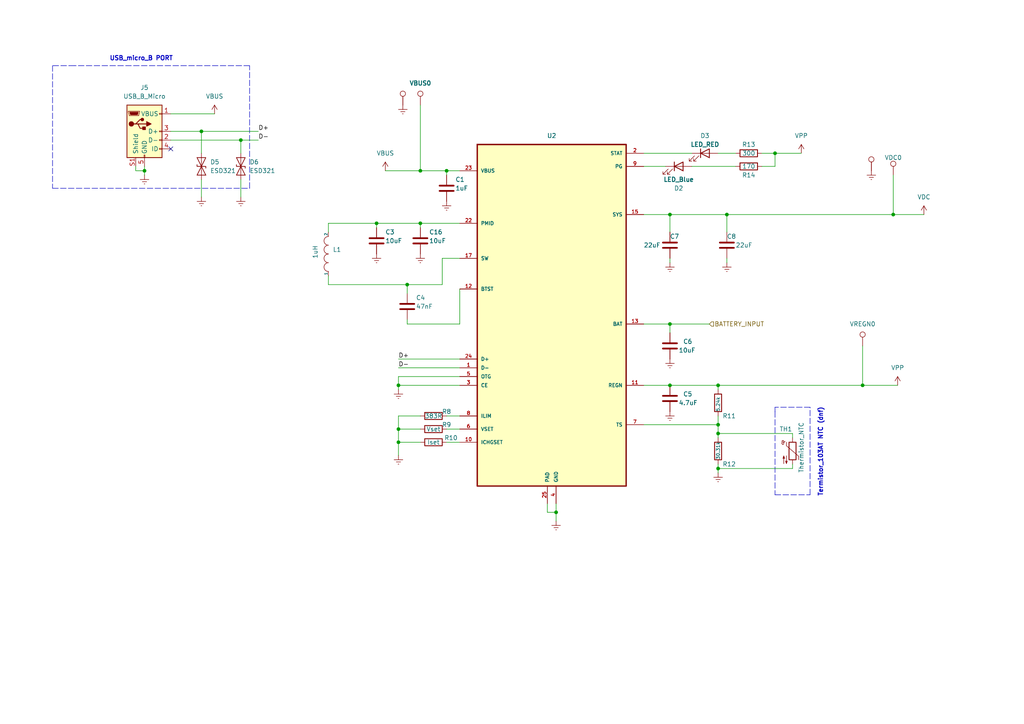
<source format=kicad_sch>
(kicad_sch (version 20211123) (generator eeschema)

  (uuid 78ad8b50-d1f2-411f-afd0-376c7aec487c)

  (paper "A4")

  (title_block
    (title "EDUEXO custom PCB")
    (date "2023-03-28")
    (rev "V1")
    (company "CBPR")
    (comment 1 "Mohammed Al-Tashi")
    (comment 2 "<mohammedaltashi770@gmail.com>")
  )

  (lib_symbols
    (symbol "Connector:TestPoint" (pin_numbers hide) (pin_names (offset 0.762) hide) (in_bom yes) (on_board yes)
      (property "Reference" "TP" (id 0) (at 0 6.858 0)
        (effects (font (size 1.27 1.27)))
      )
      (property "Value" "TestPoint" (id 1) (at 0 5.08 0)
        (effects (font (size 1.27 1.27)))
      )
      (property "Footprint" "" (id 2) (at 5.08 0 0)
        (effects (font (size 1.27 1.27)) hide)
      )
      (property "Datasheet" "~" (id 3) (at 5.08 0 0)
        (effects (font (size 1.27 1.27)) hide)
      )
      (property "ki_keywords" "test point tp" (id 4) (at 0 0 0)
        (effects (font (size 1.27 1.27)) hide)
      )
      (property "ki_description" "test point" (id 5) (at 0 0 0)
        (effects (font (size 1.27 1.27)) hide)
      )
      (property "ki_fp_filters" "Pin* Test*" (id 6) (at 0 0 0)
        (effects (font (size 1.27 1.27)) hide)
      )
      (symbol "TestPoint_0_1"
        (circle (center 0 3.302) (radius 0.762)
          (stroke (width 0) (type default) (color 0 0 0 0))
          (fill (type none))
        )
      )
      (symbol "TestPoint_1_1"
        (pin passive line (at 0 0 90) (length 2.54)
          (name "1" (effects (font (size 1.27 1.27))))
          (number "1" (effects (font (size 1.27 1.27))))
        )
      )
    )
    (symbol "Device:C" (pin_numbers hide) (pin_names (offset 0.254)) (in_bom yes) (on_board yes)
      (property "Reference" "C" (id 0) (at 0.635 2.54 0)
        (effects (font (size 1.27 1.27)) (justify left))
      )
      (property "Value" "C" (id 1) (at 0.635 -2.54 0)
        (effects (font (size 1.27 1.27)) (justify left))
      )
      (property "Footprint" "" (id 2) (at 0.9652 -3.81 0)
        (effects (font (size 1.27 1.27)) hide)
      )
      (property "Datasheet" "~" (id 3) (at 0 0 0)
        (effects (font (size 1.27 1.27)) hide)
      )
      (property "ki_keywords" "cap capacitor" (id 4) (at 0 0 0)
        (effects (font (size 1.27 1.27)) hide)
      )
      (property "ki_description" "Unpolarized capacitor" (id 5) (at 0 0 0)
        (effects (font (size 1.27 1.27)) hide)
      )
      (property "ki_fp_filters" "C_*" (id 6) (at 0 0 0)
        (effects (font (size 1.27 1.27)) hide)
      )
      (symbol "C_0_1"
        (polyline
          (pts
            (xy -2.032 -0.762)
            (xy 2.032 -0.762)
          )
          (stroke (width 0.508) (type default) (color 0 0 0 0))
          (fill (type none))
        )
        (polyline
          (pts
            (xy -2.032 0.762)
            (xy 2.032 0.762)
          )
          (stroke (width 0.508) (type default) (color 0 0 0 0))
          (fill (type none))
        )
      )
      (symbol "C_1_1"
        (pin passive line (at 0 3.81 270) (length 2.794)
          (name "~" (effects (font (size 1.27 1.27))))
          (number "1" (effects (font (size 1.27 1.27))))
        )
        (pin passive line (at 0 -3.81 90) (length 2.794)
          (name "~" (effects (font (size 1.27 1.27))))
          (number "2" (effects (font (size 1.27 1.27))))
        )
      )
    )
    (symbol "Device:LED" (pin_numbers hide) (pin_names (offset 1.016) hide) (in_bom yes) (on_board yes)
      (property "Reference" "D" (id 0) (at 0 2.54 0)
        (effects (font (size 1.27 1.27)))
      )
      (property "Value" "LED" (id 1) (at 0 -2.54 0)
        (effects (font (size 1.27 1.27)))
      )
      (property "Footprint" "" (id 2) (at 0 0 0)
        (effects (font (size 1.27 1.27)) hide)
      )
      (property "Datasheet" "~" (id 3) (at 0 0 0)
        (effects (font (size 1.27 1.27)) hide)
      )
      (property "ki_keywords" "LED diode" (id 4) (at 0 0 0)
        (effects (font (size 1.27 1.27)) hide)
      )
      (property "ki_description" "Light emitting diode" (id 5) (at 0 0 0)
        (effects (font (size 1.27 1.27)) hide)
      )
      (property "ki_fp_filters" "LED* LED_SMD:* LED_THT:*" (id 6) (at 0 0 0)
        (effects (font (size 1.27 1.27)) hide)
      )
      (symbol "LED_0_1"
        (polyline
          (pts
            (xy -1.27 -1.27)
            (xy -1.27 1.27)
          )
          (stroke (width 0.254) (type default) (color 0 0 0 0))
          (fill (type none))
        )
        (polyline
          (pts
            (xy -1.27 0)
            (xy 1.27 0)
          )
          (stroke (width 0) (type default) (color 0 0 0 0))
          (fill (type none))
        )
        (polyline
          (pts
            (xy 1.27 -1.27)
            (xy 1.27 1.27)
            (xy -1.27 0)
            (xy 1.27 -1.27)
          )
          (stroke (width 0.254) (type default) (color 0 0 0 0))
          (fill (type none))
        )
        (polyline
          (pts
            (xy -3.048 -0.762)
            (xy -4.572 -2.286)
            (xy -3.81 -2.286)
            (xy -4.572 -2.286)
            (xy -4.572 -1.524)
          )
          (stroke (width 0) (type default) (color 0 0 0 0))
          (fill (type none))
        )
        (polyline
          (pts
            (xy -1.778 -0.762)
            (xy -3.302 -2.286)
            (xy -2.54 -2.286)
            (xy -3.302 -2.286)
            (xy -3.302 -1.524)
          )
          (stroke (width 0) (type default) (color 0 0 0 0))
          (fill (type none))
        )
      )
      (symbol "LED_1_1"
        (pin passive line (at -3.81 0 0) (length 2.54)
          (name "K" (effects (font (size 1.27 1.27))))
          (number "1" (effects (font (size 1.27 1.27))))
        )
        (pin passive line (at 3.81 0 180) (length 2.54)
          (name "A" (effects (font (size 1.27 1.27))))
          (number "2" (effects (font (size 1.27 1.27))))
        )
      )
    )
    (symbol "Device:R" (pin_numbers hide) (pin_names (offset 0)) (in_bom yes) (on_board yes)
      (property "Reference" "R" (id 0) (at 2.032 0 90)
        (effects (font (size 1.27 1.27)))
      )
      (property "Value" "R" (id 1) (at 0 0 90)
        (effects (font (size 1.27 1.27)))
      )
      (property "Footprint" "" (id 2) (at -1.778 0 90)
        (effects (font (size 1.27 1.27)) hide)
      )
      (property "Datasheet" "~" (id 3) (at 0 0 0)
        (effects (font (size 1.27 1.27)) hide)
      )
      (property "ki_keywords" "R res resistor" (id 4) (at 0 0 0)
        (effects (font (size 1.27 1.27)) hide)
      )
      (property "ki_description" "Resistor" (id 5) (at 0 0 0)
        (effects (font (size 1.27 1.27)) hide)
      )
      (property "ki_fp_filters" "R_*" (id 6) (at 0 0 0)
        (effects (font (size 1.27 1.27)) hide)
      )
      (symbol "R_0_1"
        (rectangle (start -1.016 -2.54) (end 1.016 2.54)
          (stroke (width 0.254) (type default) (color 0 0 0 0))
          (fill (type none))
        )
      )
      (symbol "R_1_1"
        (pin passive line (at 0 3.81 270) (length 1.27)
          (name "~" (effects (font (size 1.27 1.27))))
          (number "1" (effects (font (size 1.27 1.27))))
        )
        (pin passive line (at 0 -3.81 90) (length 1.27)
          (name "~" (effects (font (size 1.27 1.27))))
          (number "2" (effects (font (size 1.27 1.27))))
        )
      )
    )
    (symbol "Device:Thermistor_NTC" (pin_numbers hide) (pin_names (offset 0)) (in_bom yes) (on_board yes)
      (property "Reference" "TH" (id 0) (at -4.445 0 90)
        (effects (font (size 1.27 1.27)))
      )
      (property "Value" "Thermistor_NTC" (id 1) (at 3.175 0 90)
        (effects (font (size 1.27 1.27)))
      )
      (property "Footprint" "" (id 2) (at 0 1.27 0)
        (effects (font (size 1.27 1.27)) hide)
      )
      (property "Datasheet" "~" (id 3) (at 0 1.27 0)
        (effects (font (size 1.27 1.27)) hide)
      )
      (property "ki_keywords" "thermistor NTC resistor sensor RTD" (id 4) (at 0 0 0)
        (effects (font (size 1.27 1.27)) hide)
      )
      (property "ki_description" "Temperature dependent resistor, negative temperature coefficient" (id 5) (at 0 0 0)
        (effects (font (size 1.27 1.27)) hide)
      )
      (property "ki_fp_filters" "*NTC* *Thermistor* PIN?ARRAY* bornier* *Terminal?Block* R_*" (id 6) (at 0 0 0)
        (effects (font (size 1.27 1.27)) hide)
      )
      (symbol "Thermistor_NTC_0_1"
        (arc (start -3.048 2.159) (mid -3.0495 2.3143) (end -3.175 2.413)
          (stroke (width 0) (type default) (color 0 0 0 0))
          (fill (type none))
        )
        (arc (start -3.048 2.159) (mid -2.9736 1.9794) (end -2.794 1.905)
          (stroke (width 0) (type default) (color 0 0 0 0))
          (fill (type none))
        )
        (arc (start -3.048 2.794) (mid -2.9736 2.6144) (end -2.794 2.54)
          (stroke (width 0) (type default) (color 0 0 0 0))
          (fill (type none))
        )
        (arc (start -2.794 1.905) (mid -2.6144 1.9794) (end -2.54 2.159)
          (stroke (width 0) (type default) (color 0 0 0 0))
          (fill (type none))
        )
        (arc (start -2.794 2.54) (mid -2.4393 2.5587) (end -2.159 2.794)
          (stroke (width 0) (type default) (color 0 0 0 0))
          (fill (type none))
        )
        (arc (start -2.794 3.048) (mid -2.9736 2.9736) (end -3.048 2.794)
          (stroke (width 0) (type default) (color 0 0 0 0))
          (fill (type none))
        )
        (arc (start -2.54 2.794) (mid -2.6144 2.9736) (end -2.794 3.048)
          (stroke (width 0) (type default) (color 0 0 0 0))
          (fill (type none))
        )
        (rectangle (start -1.016 2.54) (end 1.016 -2.54)
          (stroke (width 0.254) (type default) (color 0 0 0 0))
          (fill (type none))
        )
        (polyline
          (pts
            (xy -2.54 2.159)
            (xy -2.54 2.794)
          )
          (stroke (width 0) (type default) (color 0 0 0 0))
          (fill (type none))
        )
        (polyline
          (pts
            (xy -1.778 2.54)
            (xy -1.778 1.524)
            (xy 1.778 -1.524)
            (xy 1.778 -2.54)
          )
          (stroke (width 0) (type default) (color 0 0 0 0))
          (fill (type none))
        )
        (polyline
          (pts
            (xy -2.54 -3.683)
            (xy -2.54 -1.397)
            (xy -2.794 -2.159)
            (xy -2.286 -2.159)
            (xy -2.54 -1.397)
            (xy -2.54 -1.651)
          )
          (stroke (width 0) (type default) (color 0 0 0 0))
          (fill (type outline))
        )
        (polyline
          (pts
            (xy -1.778 -1.397)
            (xy -1.778 -3.683)
            (xy -2.032 -2.921)
            (xy -1.524 -2.921)
            (xy -1.778 -3.683)
            (xy -1.778 -3.429)
          )
          (stroke (width 0) (type default) (color 0 0 0 0))
          (fill (type outline))
        )
      )
      (symbol "Thermistor_NTC_1_1"
        (pin passive line (at 0 3.81 270) (length 1.27)
          (name "~" (effects (font (size 1.27 1.27))))
          (number "1" (effects (font (size 1.27 1.27))))
        )
        (pin passive line (at 0 -3.81 90) (length 1.27)
          (name "~" (effects (font (size 1.27 1.27))))
          (number "2" (effects (font (size 1.27 1.27))))
        )
      )
    )
    (symbol "Diode:ESD9B3.3ST5G" (pin_numbers hide) (pin_names (offset 1.016) hide) (in_bom yes) (on_board yes)
      (property "Reference" "D" (id 0) (at 0 2.54 0)
        (effects (font (size 1.27 1.27)))
      )
      (property "Value" "ESD9B3.3ST5G" (id 1) (at 0 -2.54 0)
        (effects (font (size 1.27 1.27)))
      )
      (property "Footprint" "Diode_SMD:D_SOD-923" (id 2) (at 0 0 0)
        (effects (font (size 1.27 1.27)) hide)
      )
      (property "Datasheet" "https://www.onsemi.com/pub/Collateral/ESD9B-D.PDF" (id 3) (at 0 0 0)
        (effects (font (size 1.27 1.27)) hide)
      )
      (property "ki_keywords" "diode TVS ESD" (id 4) (at 0 0 0)
        (effects (font (size 1.27 1.27)) hide)
      )
      (property "ki_description" "ESD protection diode, 3.3Vrwm, SOD-923" (id 5) (at 0 0 0)
        (effects (font (size 1.27 1.27)) hide)
      )
      (property "ki_fp_filters" "D*SOD?923*" (id 6) (at 0 0 0)
        (effects (font (size 1.27 1.27)) hide)
      )
      (symbol "ESD9B3.3ST5G_0_1"
        (polyline
          (pts
            (xy 1.27 0)
            (xy -1.27 0)
          )
          (stroke (width 0) (type default) (color 0 0 0 0))
          (fill (type none))
        )
        (polyline
          (pts
            (xy -2.54 -1.27)
            (xy 0 0)
            (xy -2.54 1.27)
            (xy -2.54 -1.27)
          )
          (stroke (width 0.2032) (type default) (color 0 0 0 0))
          (fill (type none))
        )
        (polyline
          (pts
            (xy 0.508 1.27)
            (xy 0 1.27)
            (xy 0 -1.27)
            (xy -0.508 -1.27)
          )
          (stroke (width 0.2032) (type default) (color 0 0 0 0))
          (fill (type none))
        )
        (polyline
          (pts
            (xy 2.54 1.27)
            (xy 2.54 -1.27)
            (xy 0 0)
            (xy 2.54 1.27)
          )
          (stroke (width 0.2032) (type default) (color 0 0 0 0))
          (fill (type none))
        )
      )
      (symbol "ESD9B3.3ST5G_1_1"
        (pin passive line (at -3.81 0 0) (length 2.54)
          (name "A1" (effects (font (size 1.27 1.27))))
          (number "1" (effects (font (size 1.27 1.27))))
        )
        (pin passive line (at 3.81 0 180) (length 2.54)
          (name "A2" (effects (font (size 1.27 1.27))))
          (number "2" (effects (font (size 1.27 1.27))))
        )
      )
    )
    (symbol "EDUEXO-custom-PCB:BQ25886RGER" (pin_names (offset 1.016)) (in_bom yes) (on_board yes)
      (property "Reference" "U2" (id 0) (at -1.27 54.61 0)
        (effects (font (size 1.27 1.27)))
      )
      (property "Value" "BQ25886RGER" (id 1) (at -1.27 52.07 0)
        (effects (font (size 1.27 1.27) bold))
      )
      (property "Footprint" "" (id 2) (at -6.35 85.09 0)
        (effects (font (size 0 0)) (justify bottom) hide)
      )
      (property "Datasheet" "https://www.ti.com/lit/ds/symlink/bq25886.pdf?ts=1681211335919&ref_url=https%253A%252F%252Fwww.google.com%252F" (id 3) (at -6.35 85.09 0)
        (effects (font (size 1.27 1.27)) hide)
      )
      (symbol "BQ25886RGER_0_0"
        (rectangle (start -22.86 49.53) (end 20.32 -49.53)
          (stroke (width 0.41) (type default) (color 0 0 0 0))
          (fill (type background))
        )
        (pin bidirectional line (at -27.94 -15.24 0) (length 5.08)
          (name "D-" (effects (font (size 1.016 1.016))))
          (number "1" (effects (font (size 1.016 1.016))))
        )
        (pin bidirectional line (at -27.94 -36.83 0) (length 5.08)
          (name "ICHGSET" (effects (font (size 1.016 1.016))))
          (number "10" (effects (font (size 1.016 1.016))))
        )
        (pin power_out line (at 25.4 -20.32 180) (length 5.08)
          (name "REGN" (effects (font (size 1.016 1.016))))
          (number "11" (effects (font (size 1.016 1.016))))
        )
        (pin bidirectional line (at -27.94 7.62 0) (length 5.08)
          (name "BTST" (effects (font (size 1.016 1.016))))
          (number "12" (effects (font (size 1.016 1.016))))
        )
        (pin bidirectional line (at 25.4 -2.54 180) (length 5.08)
          (name "BAT" (effects (font (size 1.016 1.016))))
          (number "13" (effects (font (size 1.016 1.016))))
        )
        (pin bidirectional line (at 25.4 -2.54 180) (length 5.08) hide
          (name "BAT" (effects (font (size 1.016 1.016))))
          (number "14" (effects (font (size 1.016 1.016))))
        )
        (pin power_out line (at 25.4 29.21 180) (length 5.08)
          (name "SYS" (effects (font (size 1.016 1.016))))
          (number "15" (effects (font (size 1.016 1.016))))
        )
        (pin passive line (at 25.4 29.21 180) (length 5.08) hide
          (name "SYS" (effects (font (size 1.016 1.016))))
          (number "16" (effects (font (size 1.016 1.016))))
        )
        (pin bidirectional line (at -27.94 16.51 0) (length 5.08)
          (name "SW" (effects (font (size 1.016 1.016))))
          (number "17" (effects (font (size 1.016 1.016))))
        )
        (pin bidirectional line (at -27.94 16.51 0) (length 5.08) hide
          (name "SW" (effects (font (size 1.016 1.016))))
          (number "18" (effects (font (size 1.016 1.016))))
        )
        (pin power_in line (at 0 -54.61 90) (length 5.08) hide
          (name "GND" (effects (font (size 1.016 1.016))))
          (number "19" (effects (font (size 1.016 1.016))))
        )
        (pin open_collector line (at 25.4 46.99 180) (length 5.08)
          (name "STAT" (effects (font (size 1.016 1.016))))
          (number "2" (effects (font (size 1.016 1.016))))
        )
        (pin power_in line (at 0 -54.61 90) (length 5.08) hide
          (name "GND" (effects (font (size 1.016 1.016))))
          (number "20" (effects (font (size 1.016 1.016))))
        )
        (pin bidirectional line (at -27.94 26.67 0) (length 5.08) hide
          (name "PMID" (effects (font (size 1.016 1.016))))
          (number "21" (effects (font (size 1.016 1.016))))
        )
        (pin bidirectional line (at -27.94 26.67 0) (length 5.08)
          (name "PMID" (effects (font (size 1.016 1.016))))
          (number "22" (effects (font (size 1.016 1.016))))
        )
        (pin power_in line (at -27.94 41.91 0) (length 5.08)
          (name "VBUS" (effects (font (size 1.016 1.016))))
          (number "23" (effects (font (size 1.016 1.016))))
        )
        (pin bidirectional line (at -27.94 -12.7 0) (length 5.08)
          (name "D+" (effects (font (size 1.016 1.016))))
          (number "24" (effects (font (size 1.016 1.016))))
        )
        (pin passive line (at -2.54 -54.61 90) (length 5.08)
          (name "PAD" (effects (font (size 1.016 1.016))))
          (number "25" (effects (font (size 1.016 1.016))))
        )
        (pin input line (at -27.94 -20.32 0) (length 5.08)
          (name "CE" (effects (font (size 1.016 1.016))))
          (number "3" (effects (font (size 1.016 1.016))))
        )
        (pin power_in line (at 0 -54.61 90) (length 5.08)
          (name "GND" (effects (font (size 1.016 1.016))))
          (number "4" (effects (font (size 1.016 1.016))))
        )
        (pin input line (at -27.94 -17.78 0) (length 5.08)
          (name "OTG" (effects (font (size 1.016 1.016))))
          (number "5" (effects (font (size 1.016 1.016))))
        )
        (pin bidirectional line (at -27.94 -33.02 0) (length 5.08)
          (name "VSET" (effects (font (size 1.016 1.016))))
          (number "6" (effects (font (size 1.016 1.016))))
        )
        (pin bidirectional line (at 25.4 -31.75 180) (length 5.08)
          (name "TS" (effects (font (size 1.016 1.016))))
          (number "7" (effects (font (size 1.016 1.016))))
        )
        (pin bidirectional line (at -27.94 -29.21 0) (length 5.08)
          (name "ILIM" (effects (font (size 1.016 1.016))))
          (number "8" (effects (font (size 1.016 1.016))))
        )
        (pin open_collector line (at 25.4 43.18 180) (length 5.08)
          (name "PG" (effects (font (size 1.016 1.016))))
          (number "9" (effects (font (size 1.016 1.016))))
        )
      )
    )
    (symbol "EDUEXO-custom-PCB:USB_B_Micro" (pin_names (offset 1.016)) (in_bom yes) (on_board yes)
      (property "Reference" "J5" (id 0) (at 0 12.7 0)
        (effects (font (size 1.27 1.27)))
      )
      (property "Value" "USB_B_Micro" (id 1) (at 0 10.16 0)
        (effects (font (size 1.27 1.27)))
      )
      (property "Footprint" "EDUEXO-custom-PCB:USB_micro_B_10118192-0002LF" (id 2) (at 3.81 -1.27 0)
        (effects (font (size 1.27 1.27)) hide)
      )
      (property "Datasheet" "https://www.amphenol-cs.com/media/wysiwyg/files/drawing/10118192.pdf" (id 3) (at 3.81 -1.27 0)
        (effects (font (size 1.27 1.27)) hide)
      )
      (property "MPN" "10118192-0002LF" (id 4) (at 0 0 0)
        (effects (font (size 1.27 1.27)) hide)
      )
      (property "ki_keywords" "connector USB micro" (id 5) (at 0 0 0)
        (effects (font (size 1.27 1.27)) hide)
      )
      (property "ki_description" "USB Micro Type B connector" (id 6) (at 0 0 0)
        (effects (font (size 1.27 1.27)) hide)
      )
      (property "ki_fp_filters" "USB*" (id 7) (at 0 0 0)
        (effects (font (size 1.27 1.27)) hide)
      )
      (symbol "USB_B_Micro_0_0"
        (pin passive line (at -2.54 -10.16 90) (length 2.54) hide
          (name "Shield" (effects (font (size 1.27 1.27))))
          (number "S2" (effects (font (size 1.27 1.27))))
        )
        (pin passive line (at -2.54 -10.16 90) (length 2.54) hide
          (name "Shield" (effects (font (size 1.27 1.27))))
          (number "S3" (effects (font (size 1.27 1.27))))
        )
        (pin passive line (at -2.54 -10.16 90) (length 2.54) hide
          (name "Shield" (effects (font (size 1.27 1.27))))
          (number "S4" (effects (font (size 1.27 1.27))))
        )
        (pin passive line (at -2.54 -10.16 90) (length 2.54) hide
          (name "Shield" (effects (font (size 1.27 1.27))))
          (number "S5" (effects (font (size 1.27 1.27))))
        )
        (pin passive line (at -2.54 -10.16 90) (length 2.54) hide
          (name "Shield" (effects (font (size 1.27 1.27))))
          (number "S6" (effects (font (size 1.27 1.27))))
        )
      )
      (symbol "USB_B_Micro_0_1"
        (rectangle (start -5.08 -7.62) (end 5.08 7.62)
          (stroke (width 0.254) (type default) (color 0 0 0 0))
          (fill (type background))
        )
        (circle (center -3.81 2.159) (radius 0.635)
          (stroke (width 0.254) (type default) (color 0 0 0 0))
          (fill (type outline))
        )
        (circle (center -0.635 3.429) (radius 0.381)
          (stroke (width 0.254) (type default) (color 0 0 0 0))
          (fill (type outline))
        )
        (rectangle (start -0.127 -7.62) (end 0.127 -6.858)
          (stroke (width 0) (type default) (color 0 0 0 0))
          (fill (type none))
        )
        (polyline
          (pts
            (xy -1.905 2.159)
            (xy 0.635 2.159)
          )
          (stroke (width 0.254) (type default) (color 0 0 0 0))
          (fill (type none))
        )
        (polyline
          (pts
            (xy -3.175 2.159)
            (xy -2.54 2.159)
            (xy -1.27 3.429)
            (xy -0.635 3.429)
          )
          (stroke (width 0.254) (type default) (color 0 0 0 0))
          (fill (type none))
        )
        (polyline
          (pts
            (xy -2.54 2.159)
            (xy -1.905 2.159)
            (xy -1.27 0.889)
            (xy 0 0.889)
          )
          (stroke (width 0.254) (type default) (color 0 0 0 0))
          (fill (type none))
        )
        (polyline
          (pts
            (xy 0.635 2.794)
            (xy 0.635 1.524)
            (xy 1.905 2.159)
            (xy 0.635 2.794)
          )
          (stroke (width 0.254) (type default) (color 0 0 0 0))
          (fill (type outline))
        )
        (polyline
          (pts
            (xy -4.318 5.588)
            (xy -1.778 5.588)
            (xy -2.032 4.826)
            (xy -4.064 4.826)
            (xy -4.318 5.588)
          )
          (stroke (width 0) (type default) (color 0 0 0 0))
          (fill (type outline))
        )
        (polyline
          (pts
            (xy -4.699 5.842)
            (xy -4.699 5.588)
            (xy -4.445 4.826)
            (xy -4.445 4.572)
            (xy -1.651 4.572)
            (xy -1.651 4.826)
            (xy -1.397 5.588)
            (xy -1.397 5.842)
            (xy -4.699 5.842)
          )
          (stroke (width 0) (type default) (color 0 0 0 0))
          (fill (type none))
        )
        (rectangle (start 0.254 1.27) (end -0.508 0.508)
          (stroke (width 0.254) (type default) (color 0 0 0 0))
          (fill (type outline))
        )
        (rectangle (start 5.08 -5.207) (end 4.318 -4.953)
          (stroke (width 0) (type default) (color 0 0 0 0))
          (fill (type none))
        )
        (rectangle (start 5.08 -2.667) (end 4.318 -2.413)
          (stroke (width 0) (type default) (color 0 0 0 0))
          (fill (type none))
        )
        (rectangle (start 5.08 -0.127) (end 4.318 0.127)
          (stroke (width 0) (type default) (color 0 0 0 0))
          (fill (type none))
        )
        (rectangle (start 5.08 4.953) (end 4.318 5.207)
          (stroke (width 0) (type default) (color 0 0 0 0))
          (fill (type none))
        )
      )
      (symbol "USB_B_Micro_1_1"
        (pin power_out line (at 7.62 5.08 180) (length 2.54)
          (name "VBUS" (effects (font (size 1.27 1.27))))
          (number "1" (effects (font (size 1.27 1.27))))
        )
        (pin bidirectional line (at 7.62 -2.54 180) (length 2.54)
          (name "D-" (effects (font (size 1.27 1.27))))
          (number "2" (effects (font (size 1.27 1.27))))
        )
        (pin bidirectional line (at 7.62 0 180) (length 2.54)
          (name "D+" (effects (font (size 1.27 1.27))))
          (number "3" (effects (font (size 1.27 1.27))))
        )
        (pin passive line (at 7.62 -5.08 180) (length 2.54)
          (name "ID" (effects (font (size 1.27 1.27))))
          (number "4" (effects (font (size 1.27 1.27))))
        )
        (pin power_out line (at 0 -10.16 90) (length 2.54)
          (name "GND" (effects (font (size 1.27 1.27))))
          (number "5" (effects (font (size 1.27 1.27))))
        )
        (pin passive line (at -2.54 -10.16 90) (length 2.54)
          (name "Shield" (effects (font (size 1.27 1.27))))
          (number "S1" (effects (font (size 1.27 1.27))))
        )
      )
    )
    (symbol "power:Earth" (power) (pin_names (offset 0)) (in_bom yes) (on_board yes)
      (property "Reference" "#PWR" (id 0) (at 0 -6.35 0)
        (effects (font (size 1.27 1.27)) hide)
      )
      (property "Value" "Earth" (id 1) (at 0 -3.81 0)
        (effects (font (size 1.27 1.27)) hide)
      )
      (property "Footprint" "" (id 2) (at 0 0 0)
        (effects (font (size 1.27 1.27)) hide)
      )
      (property "Datasheet" "~" (id 3) (at 0 0 0)
        (effects (font (size 1.27 1.27)) hide)
      )
      (property "ki_keywords" "power-flag ground gnd" (id 4) (at 0 0 0)
        (effects (font (size 1.27 1.27)) hide)
      )
      (property "ki_description" "Power symbol creates a global label with name \"Earth\"" (id 5) (at 0 0 0)
        (effects (font (size 1.27 1.27)) hide)
      )
      (symbol "Earth_0_1"
        (polyline
          (pts
            (xy -0.635 -1.905)
            (xy 0.635 -1.905)
          )
          (stroke (width 0) (type default) (color 0 0 0 0))
          (fill (type none))
        )
        (polyline
          (pts
            (xy -0.127 -2.54)
            (xy 0.127 -2.54)
          )
          (stroke (width 0) (type default) (color 0 0 0 0))
          (fill (type none))
        )
        (polyline
          (pts
            (xy 0 -1.27)
            (xy 0 0)
          )
          (stroke (width 0) (type default) (color 0 0 0 0))
          (fill (type none))
        )
        (polyline
          (pts
            (xy 1.27 -1.27)
            (xy -1.27 -1.27)
          )
          (stroke (width 0) (type default) (color 0 0 0 0))
          (fill (type none))
        )
      )
      (symbol "Earth_1_1"
        (pin power_in line (at 0 0 270) (length 0) hide
          (name "Earth" (effects (font (size 1.27 1.27))))
          (number "1" (effects (font (size 1.27 1.27))))
        )
      )
    )
    (symbol "power:VBUS" (power) (pin_names (offset 0)) (in_bom yes) (on_board yes)
      (property "Reference" "#PWR" (id 0) (at 0 -3.81 0)
        (effects (font (size 1.27 1.27)) hide)
      )
      (property "Value" "VBUS" (id 1) (at 0 3.81 0)
        (effects (font (size 1.27 1.27)))
      )
      (property "Footprint" "" (id 2) (at 0 0 0)
        (effects (font (size 1.27 1.27)) hide)
      )
      (property "Datasheet" "" (id 3) (at 0 0 0)
        (effects (font (size 1.27 1.27)) hide)
      )
      (property "ki_keywords" "power-flag" (id 4) (at 0 0 0)
        (effects (font (size 1.27 1.27)) hide)
      )
      (property "ki_description" "Power symbol creates a global label with name \"VBUS\"" (id 5) (at 0 0 0)
        (effects (font (size 1.27 1.27)) hide)
      )
      (symbol "VBUS_0_1"
        (polyline
          (pts
            (xy -0.762 1.27)
            (xy 0 2.54)
          )
          (stroke (width 0) (type default) (color 0 0 0 0))
          (fill (type none))
        )
        (polyline
          (pts
            (xy 0 0)
            (xy 0 2.54)
          )
          (stroke (width 0) (type default) (color 0 0 0 0))
          (fill (type none))
        )
        (polyline
          (pts
            (xy 0 2.54)
            (xy 0.762 1.27)
          )
          (stroke (width 0) (type default) (color 0 0 0 0))
          (fill (type none))
        )
      )
      (symbol "VBUS_1_1"
        (pin power_in line (at 0 0 90) (length 0) hide
          (name "VBUS" (effects (font (size 1.27 1.27))))
          (number "1" (effects (font (size 1.27 1.27))))
        )
      )
    )
    (symbol "power:VDC" (power) (pin_names (offset 0)) (in_bom yes) (on_board yes)
      (property "Reference" "#PWR" (id 0) (at 0 -2.54 0)
        (effects (font (size 1.27 1.27)) hide)
      )
      (property "Value" "VDC" (id 1) (at 0 6.35 0)
        (effects (font (size 1.27 1.27)))
      )
      (property "Footprint" "" (id 2) (at 0 0 0)
        (effects (font (size 1.27 1.27)) hide)
      )
      (property "Datasheet" "" (id 3) (at 0 0 0)
        (effects (font (size 1.27 1.27)) hide)
      )
      (property "ki_keywords" "power-flag" (id 4) (at 0 0 0)
        (effects (font (size 1.27 1.27)) hide)
      )
      (property "ki_description" "Power symbol creates a global label with name \"VDC\"" (id 5) (at 0 0 0)
        (effects (font (size 1.27 1.27)) hide)
      )
      (symbol "VDC_0_1"
        (polyline
          (pts
            (xy -0.762 1.27)
            (xy 0 2.54)
          )
          (stroke (width 0) (type default) (color 0 0 0 0))
          (fill (type none))
        )
        (polyline
          (pts
            (xy 0 0)
            (xy 0 2.54)
          )
          (stroke (width 0) (type default) (color 0 0 0 0))
          (fill (type none))
        )
        (polyline
          (pts
            (xy 0 2.54)
            (xy 0.762 1.27)
          )
          (stroke (width 0) (type default) (color 0 0 0 0))
          (fill (type none))
        )
      )
      (symbol "VDC_1_1"
        (pin power_in line (at 0 0 90) (length 0) hide
          (name "VDC" (effects (font (size 1.27 1.27))))
          (number "1" (effects (font (size 1.27 1.27))))
        )
      )
    )
    (symbol "power:VPP" (power) (pin_names (offset 0)) (in_bom yes) (on_board yes)
      (property "Reference" "#PWR" (id 0) (at 0 -3.81 0)
        (effects (font (size 1.27 1.27)) hide)
      )
      (property "Value" "VPP" (id 1) (at 0 3.81 0)
        (effects (font (size 1.27 1.27)))
      )
      (property "Footprint" "" (id 2) (at 0 0 0)
        (effects (font (size 1.27 1.27)) hide)
      )
      (property "Datasheet" "" (id 3) (at 0 0 0)
        (effects (font (size 1.27 1.27)) hide)
      )
      (property "ki_keywords" "power-flag" (id 4) (at 0 0 0)
        (effects (font (size 1.27 1.27)) hide)
      )
      (property "ki_description" "Power symbol creates a global label with name \"VPP\"" (id 5) (at 0 0 0)
        (effects (font (size 1.27 1.27)) hide)
      )
      (symbol "VPP_0_1"
        (polyline
          (pts
            (xy -0.762 1.27)
            (xy 0 2.54)
          )
          (stroke (width 0) (type default) (color 0 0 0 0))
          (fill (type none))
        )
        (polyline
          (pts
            (xy 0 0)
            (xy 0 2.54)
          )
          (stroke (width 0) (type default) (color 0 0 0 0))
          (fill (type none))
        )
        (polyline
          (pts
            (xy 0 2.54)
            (xy 0.762 1.27)
          )
          (stroke (width 0) (type default) (color 0 0 0 0))
          (fill (type none))
        )
      )
      (symbol "VPP_1_1"
        (pin power_in line (at 0 0 90) (length 0) hide
          (name "VPP" (effects (font (size 1.27 1.27))))
          (number "1" (effects (font (size 1.27 1.27))))
        )
      )
    )
    (symbol "pspice:INDUCTOR" (pin_numbers hide) (pin_names (offset 0)) (in_bom yes) (on_board yes)
      (property "Reference" "L" (id 0) (at 0 2.54 0)
        (effects (font (size 1.27 1.27)))
      )
      (property "Value" "INDUCTOR" (id 1) (at 0 -1.27 0)
        (effects (font (size 1.27 1.27)))
      )
      (property "Footprint" "" (id 2) (at 0 0 0)
        (effects (font (size 1.27 1.27)) hide)
      )
      (property "Datasheet" "~" (id 3) (at 0 0 0)
        (effects (font (size 1.27 1.27)) hide)
      )
      (property "ki_keywords" "simulation" (id 4) (at 0 0 0)
        (effects (font (size 1.27 1.27)) hide)
      )
      (property "ki_description" "Inductor symbol for simulation only" (id 5) (at 0 0 0)
        (effects (font (size 1.27 1.27)) hide)
      )
      (symbol "INDUCTOR_0_1"
        (arc (start -2.54 0) (mid -3.81 1.27) (end -5.08 0)
          (stroke (width 0) (type default) (color 0 0 0 0))
          (fill (type none))
        )
        (arc (start 0 0) (mid -1.27 1.27) (end -2.54 0)
          (stroke (width 0) (type default) (color 0 0 0 0))
          (fill (type none))
        )
        (arc (start 2.54 0) (mid 1.27 1.27) (end 0 0)
          (stroke (width 0) (type default) (color 0 0 0 0))
          (fill (type none))
        )
        (arc (start 5.08 0) (mid 3.81 1.27) (end 2.54 0)
          (stroke (width 0) (type default) (color 0 0 0 0))
          (fill (type none))
        )
      )
      (symbol "INDUCTOR_1_1"
        (pin input line (at -6.35 0 0) (length 1.27)
          (name "1" (effects (font (size 0.762 0.762))))
          (number "1" (effects (font (size 0.762 0.762))))
        )
        (pin input line (at 6.35 0 180) (length 1.27)
          (name "2" (effects (font (size 0.762 0.762))))
          (number "2" (effects (font (size 0.762 0.762))))
        )
      )
    )
  )

  (junction (at 210.82 62.23) (diameter 0) (color 0 0 0 0)
    (uuid 1af6a5a1-d9c2-4d43-83d9-7a1de3a5460f)
  )
  (junction (at 259.08 62.23) (diameter 0) (color 0 0 0 0)
    (uuid 305b98df-f78c-4120-b5bf-1a479171ba96)
  )
  (junction (at 118.11 82.55) (diameter 0) (color 0 0 0 0)
    (uuid 3c8310ac-6614-42c4-8e1a-1a7ed9fcb7f6)
  )
  (junction (at 109.22 64.77) (diameter 0) (color 0 0 0 0)
    (uuid 3fa80c3f-588f-4646-a5e5-838599b6cad0)
  )
  (junction (at 208.28 111.76) (diameter 0) (color 0 0 0 0)
    (uuid 4071dd4e-3414-43ac-a63c-3d34aeaa1247)
  )
  (junction (at 115.57 111.76) (diameter 0) (color 0 0 0 0)
    (uuid 4ecf37d9-23c4-47d9-9a59-9496b67e897e)
  )
  (junction (at 194.31 111.76) (diameter 0) (color 0 0 0 0)
    (uuid 5034189f-86d4-41a2-90fb-5b89cf404bdb)
  )
  (junction (at 69.85 40.64) (diameter 0) (color 0 0 0 0)
    (uuid 5dce8d77-6664-41e9-9e16-5882f35e24c4)
  )
  (junction (at 121.92 64.77) (diameter 0) (color 0 0 0 0)
    (uuid 61170266-992a-4c0b-83b9-0492c818fd24)
  )
  (junction (at 208.28 135.89) (diameter 0) (color 0 0 0 0)
    (uuid 6218212a-f829-4a84-92e2-05d1db869393)
  )
  (junction (at 58.42 38.1) (diameter 0) (color 0 0 0 0)
    (uuid 677cbf9f-58d0-4328-85b7-bcf57fe2ca19)
  )
  (junction (at 208.28 123.19) (diameter 0) (color 0 0 0 0)
    (uuid 82af2731-b184-4139-8232-7b3f2a22d4a2)
  )
  (junction (at 194.31 62.23) (diameter 0) (color 0 0 0 0)
    (uuid 9b088471-f539-435a-b037-e0813a48e943)
  )
  (junction (at 115.57 124.46) (diameter 0) (color 0 0 0 0)
    (uuid 9b368592-c31f-4a28-b610-46d09f3dc21f)
  )
  (junction (at 194.31 93.98) (diameter 0) (color 0 0 0 0)
    (uuid 9ceef6f7-5090-4daa-84dd-08654e30f79b)
  )
  (junction (at 250.19 111.76) (diameter 0) (color 0 0 0 0)
    (uuid a4a669fa-0c4f-481f-901d-039aea30b56f)
  )
  (junction (at 41.91 49.53) (diameter 0) (color 0 0 0 0)
    (uuid d0569b71-26cb-4402-92d5-d41e694c22ee)
  )
  (junction (at 161.29 148.59) (diameter 0) (color 0 0 0 0)
    (uuid d2085dfe-bb01-416c-a931-5ace67d57194)
  )
  (junction (at 121.92 49.53) (diameter 0) (color 0 0 0 0)
    (uuid d266872d-bea7-4059-b785-e82b141d37ae)
  )
  (junction (at 129.54 49.53) (diameter 0) (color 0 0 0 0)
    (uuid d4095c6f-9196-4443-b7f7-9544dc883281)
  )
  (junction (at 224.79 44.45) (diameter 0) (color 0 0 0 0)
    (uuid d60a9577-b7c3-4be7-abb3-dbce409b271e)
  )
  (junction (at 208.28 125.73) (diameter 0) (color 0 0 0 0)
    (uuid e5e4906d-af69-4587-8e88-d55c7676b4af)
  )
  (junction (at 115.57 128.27) (diameter 0) (color 0 0 0 0)
    (uuid f9f892c1-869b-4ddc-a838-d434c06670e9)
  )

  (no_connect (at 49.53 43.18) (uuid 19ecbb5d-8ca2-47f8-bd5d-fe4882bb8a83))

  (wire (pts (xy 208.28 135.89) (xy 208.28 137.16))
    (stroke (width 0) (type default) (color 0 0 0 0))
    (uuid 00f8fb8a-25ed-45d9-8daa-2ebf870fb191)
  )
  (wire (pts (xy 129.54 128.27) (xy 133.35 128.27))
    (stroke (width 0) (type default) (color 0 0 0 0))
    (uuid 050b491f-254a-4cb6-b868-cf8f0a839315)
  )
  (wire (pts (xy 208.28 111.76) (xy 208.28 113.03))
    (stroke (width 0) (type default) (color 0 0 0 0))
    (uuid 05b2f2cc-ed86-4581-bc86-672eb213b736)
  )
  (wire (pts (xy 74.93 38.1) (xy 58.42 38.1))
    (stroke (width 0) (type default) (color 0 0 0 0))
    (uuid 09d6f568-7f38-4c0a-8d18-3d44cfe96c25)
  )
  (wire (pts (xy 41.91 50.8) (xy 41.91 49.53))
    (stroke (width 0) (type default) (color 0 0 0 0))
    (uuid 0d9b8538-fc6c-46ca-8fbc-8a683f3ec740)
  )
  (polyline (pts (xy 234.95 118.11) (xy 224.79 118.11))
    (stroke (width 0) (type default) (color 0 0 0 0))
    (uuid 0da30629-4164-4c8b-b928-ec7299376860)
  )

  (wire (pts (xy 49.53 33.02) (xy 62.23 33.02))
    (stroke (width 0) (type default) (color 0 0 0 0))
    (uuid 110725ab-bcbc-44a1-9325-ee9237c47403)
  )
  (wire (pts (xy 115.57 104.14) (xy 133.35 104.14))
    (stroke (width 0) (type default) (color 0 0 0 0))
    (uuid 126478ac-cf37-4c40-8109-bf6454de7fc1)
  )
  (polyline (pts (xy 224.79 119.38) (xy 224.79 143.51))
    (stroke (width 0) (type default) (color 0 0 0 0))
    (uuid 12723dfe-bc3f-48ba-a96a-4f5908b36456)
  )

  (wire (pts (xy 115.57 111.76) (xy 133.35 111.76))
    (stroke (width 0) (type default) (color 0 0 0 0))
    (uuid 12b3ede3-52b0-49b0-869a-c65fea1ec16e)
  )
  (wire (pts (xy 121.92 64.77) (xy 133.35 64.77))
    (stroke (width 0) (type default) (color 0 0 0 0))
    (uuid 1420cf73-45f5-448d-9851-6d06acb667f6)
  )
  (wire (pts (xy 158.75 148.59) (xy 161.29 148.59))
    (stroke (width 0) (type default) (color 0 0 0 0))
    (uuid 149ff702-4de1-4901-92e2-1bdb80e65028)
  )
  (wire (pts (xy 115.57 128.27) (xy 115.57 124.46))
    (stroke (width 0) (type default) (color 0 0 0 0))
    (uuid 16b78ebe-4b85-4b35-a34e-0146ae253214)
  )
  (wire (pts (xy 210.82 62.23) (xy 194.31 62.23))
    (stroke (width 0) (type default) (color 0 0 0 0))
    (uuid 1852d96c-a14e-4e71-94a0-4bce25dbf025)
  )
  (wire (pts (xy 95.25 64.77) (xy 109.22 64.77))
    (stroke (width 0) (type default) (color 0 0 0 0))
    (uuid 1915dca2-4519-48a3-b481-114b4820e094)
  )
  (wire (pts (xy 200.66 48.26) (xy 213.36 48.26))
    (stroke (width 0) (type default) (color 0 0 0 0))
    (uuid 1bf15327-b798-413e-af96-04e9e3e9d1ce)
  )
  (polyline (pts (xy 224.79 143.51) (xy 234.95 143.51))
    (stroke (width 0) (type default) (color 0 0 0 0))
    (uuid 232e9970-efde-4a9a-82b0-6a6e8e9cf691)
  )

  (wire (pts (xy 121.92 49.53) (xy 129.54 49.53))
    (stroke (width 0) (type default) (color 0 0 0 0))
    (uuid 27947060-882d-4cf7-a805-56d955f7a429)
  )
  (wire (pts (xy 161.29 148.59) (xy 161.29 151.13))
    (stroke (width 0) (type default) (color 0 0 0 0))
    (uuid 286b8b3c-89f4-4357-b464-37b1d35bbda3)
  )
  (wire (pts (xy 208.28 44.45) (xy 213.36 44.45))
    (stroke (width 0) (type default) (color 0 0 0 0))
    (uuid 2a3361ae-5291-4e30-b500-39be56492edc)
  )
  (wire (pts (xy 229.87 134.62) (xy 229.87 135.89))
    (stroke (width 0) (type default) (color 0 0 0 0))
    (uuid 2b7437e8-fbc8-4bae-96c2-897de4ef8873)
  )
  (wire (pts (xy 69.85 57.15) (xy 69.85 52.07))
    (stroke (width 0) (type default) (color 0 0 0 0))
    (uuid 310f7d7e-e6c5-4f83-a45b-ae7d77b09630)
  )
  (wire (pts (xy 74.93 40.64) (xy 69.85 40.64))
    (stroke (width 0) (type default) (color 0 0 0 0))
    (uuid 347414c7-211d-41a7-b74c-d40824cf8ccb)
  )
  (wire (pts (xy 133.35 93.98) (xy 133.35 83.82))
    (stroke (width 0) (type default) (color 0 0 0 0))
    (uuid 3582729f-6a5f-41b5-915f-67cc91d602bd)
  )
  (wire (pts (xy 115.57 106.68) (xy 133.35 106.68))
    (stroke (width 0) (type default) (color 0 0 0 0))
    (uuid 3915f23d-eddd-46ad-99be-7a48e5528012)
  )
  (wire (pts (xy 267.97 62.23) (xy 259.08 62.23))
    (stroke (width 0) (type default) (color 0 0 0 0))
    (uuid 3b218060-7ea8-480a-9473-2e2b76a700cf)
  )
  (polyline (pts (xy 15.24 54.61) (xy 72.39 54.61))
    (stroke (width 0) (type default) (color 0 0 0 0))
    (uuid 42fc38f3-be19-4e7a-b169-cc6ee11ce027)
  )

  (wire (pts (xy 41.91 49.53) (xy 41.91 48.26))
    (stroke (width 0) (type default) (color 0 0 0 0))
    (uuid 46198b1f-b1a3-4198-96ce-8e779d22bba5)
  )
  (wire (pts (xy 121.92 120.65) (xy 115.57 120.65))
    (stroke (width 0) (type default) (color 0 0 0 0))
    (uuid 468894d0-1501-43ed-982e-d6d0d848a1c5)
  )
  (wire (pts (xy 121.92 30.48) (xy 121.92 49.53))
    (stroke (width 0) (type default) (color 0 0 0 0))
    (uuid 47d6c97a-54e3-4019-9f69-69e7f5f05e34)
  )
  (wire (pts (xy 186.69 123.19) (xy 208.28 123.19))
    (stroke (width 0) (type default) (color 0 0 0 0))
    (uuid 4b21653e-bf5b-44b3-ab3a-a4d72c63325c)
  )
  (wire (pts (xy 115.57 109.22) (xy 133.35 109.22))
    (stroke (width 0) (type default) (color 0 0 0 0))
    (uuid 4bb0a2cf-697a-4a30-889b-2a71dcb883e8)
  )
  (wire (pts (xy 208.28 125.73) (xy 208.28 127))
    (stroke (width 0) (type default) (color 0 0 0 0))
    (uuid 4bb393a1-37b6-4be2-a8c9-02fc98fff1b5)
  )
  (wire (pts (xy 129.54 120.65) (xy 133.35 120.65))
    (stroke (width 0) (type default) (color 0 0 0 0))
    (uuid 4ca6d639-8d3a-417f-8fe3-ad0837060b5e)
  )
  (wire (pts (xy 186.69 48.26) (xy 193.04 48.26))
    (stroke (width 0) (type default) (color 0 0 0 0))
    (uuid 4fb0e8b7-d79f-4196-ba01-a831f28eb9b3)
  )
  (wire (pts (xy 115.57 124.46) (xy 121.92 124.46))
    (stroke (width 0) (type default) (color 0 0 0 0))
    (uuid 5256ae5a-2fa7-42be-9a2c-eda0275177ed)
  )
  (wire (pts (xy 129.54 49.53) (xy 133.35 49.53))
    (stroke (width 0) (type default) (color 0 0 0 0))
    (uuid 5309c9b9-6555-48a6-b396-ad503e088c27)
  )
  (wire (pts (xy 39.37 49.53) (xy 41.91 49.53))
    (stroke (width 0) (type default) (color 0 0 0 0))
    (uuid 54db7c3a-20eb-49e7-9c37-ca48e3e78ae7)
  )
  (wire (pts (xy 58.42 57.15) (xy 58.42 52.07))
    (stroke (width 0) (type default) (color 0 0 0 0))
    (uuid 55a574bf-7a2e-415f-9e9e-5f56b816e3b6)
  )
  (wire (pts (xy 115.57 109.22) (xy 115.57 111.76))
    (stroke (width 0) (type default) (color 0 0 0 0))
    (uuid 55f43492-dfaf-403c-8465-ed39031d80fb)
  )
  (wire (pts (xy 186.69 62.23) (xy 194.31 62.23))
    (stroke (width 0) (type default) (color 0 0 0 0))
    (uuid 5637bb46-853c-4520-9f7d-f6fedce079d1)
  )
  (wire (pts (xy 210.82 62.23) (xy 259.08 62.23))
    (stroke (width 0) (type default) (color 0 0 0 0))
    (uuid 5ab836d3-718c-4ea5-bffa-b8c4a61cf3f5)
  )
  (wire (pts (xy 115.57 128.27) (xy 115.57 132.08))
    (stroke (width 0) (type default) (color 0 0 0 0))
    (uuid 615aca01-f926-456b-ba24-b0cf94248505)
  )
  (wire (pts (xy 194.31 67.31) (xy 194.31 62.23))
    (stroke (width 0) (type default) (color 0 0 0 0))
    (uuid 65603960-f21f-4c4b-aed3-60781e86c60b)
  )
  (wire (pts (xy 118.11 82.55) (xy 118.11 85.09))
    (stroke (width 0) (type default) (color 0 0 0 0))
    (uuid 66882bb6-0ed2-4e8f-9ea3-1a51e409d891)
  )
  (wire (pts (xy 69.85 40.64) (xy 49.53 40.64))
    (stroke (width 0) (type default) (color 0 0 0 0))
    (uuid 69462c52-2b29-4e98-b539-52ffe95570ba)
  )
  (wire (pts (xy 208.28 111.76) (xy 250.19 111.76))
    (stroke (width 0) (type default) (color 0 0 0 0))
    (uuid 6b34934c-65ac-4237-aeda-536f37f33868)
  )
  (polyline (pts (xy 21.59 19.05) (xy 15.24 19.05))
    (stroke (width 0) (type default) (color 0 0 0 0))
    (uuid 6b6ce1c8-5811-44ba-bf40-fdd002784289)
  )

  (wire (pts (xy 208.28 120.65) (xy 208.28 123.19))
    (stroke (width 0) (type default) (color 0 0 0 0))
    (uuid 6efc3a21-42a7-469c-bf4d-b1ad1abea040)
  )
  (wire (pts (xy 224.79 44.45) (xy 224.79 48.26))
    (stroke (width 0) (type default) (color 0 0 0 0))
    (uuid 71b451d3-2823-46bc-b359-ed2b4abdb625)
  )
  (wire (pts (xy 220.98 44.45) (xy 224.79 44.45))
    (stroke (width 0) (type default) (color 0 0 0 0))
    (uuid 727a5d93-2c6d-43bf-856f-8ca840cedb8f)
  )
  (wire (pts (xy 39.37 48.26) (xy 39.37 49.53))
    (stroke (width 0) (type default) (color 0 0 0 0))
    (uuid 74a8ff80-0e33-472f-9efa-8ee1eb256ba8)
  )
  (wire (pts (xy 58.42 38.1) (xy 49.53 38.1))
    (stroke (width 0) (type default) (color 0 0 0 0))
    (uuid 778d0211-3eda-490e-a5b3-3c1ec117438c)
  )
  (wire (pts (xy 109.22 64.77) (xy 121.92 64.77))
    (stroke (width 0) (type default) (color 0 0 0 0))
    (uuid 7b83ca80-4038-4cd4-8f95-11a389e9efef)
  )
  (wire (pts (xy 58.42 38.1) (xy 58.42 44.45))
    (stroke (width 0) (type default) (color 0 0 0 0))
    (uuid 7f32c89a-b3f2-4f54-b298-53a0daa98f06)
  )
  (wire (pts (xy 109.22 66.04) (xy 109.22 64.77))
    (stroke (width 0) (type default) (color 0 0 0 0))
    (uuid 7f513fd1-3f4c-474c-a6ac-41162a2ec10f)
  )
  (wire (pts (xy 224.79 44.45) (xy 232.41 44.45))
    (stroke (width 0) (type default) (color 0 0 0 0))
    (uuid 81f560a4-9636-4022-812b-d8f19ae04b10)
  )
  (wire (pts (xy 121.92 128.27) (xy 115.57 128.27))
    (stroke (width 0) (type default) (color 0 0 0 0))
    (uuid 8428b20e-8970-42bb-a1b3-38291374d32c)
  )
  (polyline (pts (xy 224.79 118.11) (xy 224.79 119.38))
    (stroke (width 0) (type default) (color 0 0 0 0))
    (uuid 86f37b6e-e050-4030-9f5c-ed57d57dcaa3)
  )

  (wire (pts (xy 115.57 111.76) (xy 115.57 113.03))
    (stroke (width 0) (type default) (color 0 0 0 0))
    (uuid 8b233afc-f162-416f-802b-4b2a405d16f0)
  )
  (polyline (pts (xy 234.95 143.51) (xy 234.95 118.11))
    (stroke (width 0) (type default) (color 0 0 0 0))
    (uuid 8bce1652-7e68-4f0c-a9fb-4d6f7d746e87)
  )

  (wire (pts (xy 208.28 123.19) (xy 208.28 125.73))
    (stroke (width 0) (type default) (color 0 0 0 0))
    (uuid 958322cf-3b45-4a3d-a908-060f1e57d2dd)
  )
  (wire (pts (xy 194.31 96.52) (xy 194.31 93.98))
    (stroke (width 0) (type default) (color 0 0 0 0))
    (uuid 9a26af3a-e6d9-4168-9dfb-2ec1e1a4f9b8)
  )
  (wire (pts (xy 115.57 120.65) (xy 115.57 124.46))
    (stroke (width 0) (type default) (color 0 0 0 0))
    (uuid a37fd68c-9a27-4974-997f-340ead558398)
  )
  (wire (pts (xy 118.11 82.55) (xy 128.27 82.55))
    (stroke (width 0) (type default) (color 0 0 0 0))
    (uuid a4082f1d-8709-409c-827a-00d9356f247f)
  )
  (wire (pts (xy 128.27 74.93) (xy 133.35 74.93))
    (stroke (width 0) (type default) (color 0 0 0 0))
    (uuid a4e1cf28-c7e5-4339-a5a0-4ebd80f88132)
  )
  (wire (pts (xy 118.11 93.98) (xy 118.11 92.71))
    (stroke (width 0) (type default) (color 0 0 0 0))
    (uuid ab138fd9-e6f9-4c5e-b525-b1eba6efec7a)
  )
  (wire (pts (xy 111.76 49.53) (xy 121.92 49.53))
    (stroke (width 0) (type default) (color 0 0 0 0))
    (uuid acec06ea-97ea-482f-a3d4-ce3fa4db6875)
  )
  (wire (pts (xy 210.82 67.31) (xy 210.82 62.23))
    (stroke (width 0) (type default) (color 0 0 0 0))
    (uuid add209ef-289a-4417-9f2e-b25979f59020)
  )
  (wire (pts (xy 208.28 135.89) (xy 229.87 135.89))
    (stroke (width 0) (type default) (color 0 0 0 0))
    (uuid b12f6598-af9d-4d16-bd0d-f5ede9133ff2)
  )
  (wire (pts (xy 186.69 44.45) (xy 200.66 44.45))
    (stroke (width 0) (type default) (color 0 0 0 0))
    (uuid b4bcd9df-db8a-4f0e-a9f8-62c2487d1415)
  )
  (wire (pts (xy 129.54 50.8) (xy 129.54 49.53))
    (stroke (width 0) (type default) (color 0 0 0 0))
    (uuid b5b60565-74de-4dc1-bad1-8dc60de8bc83)
  )
  (wire (pts (xy 259.08 50.8) (xy 259.08 62.23))
    (stroke (width 0) (type default) (color 0 0 0 0))
    (uuid b910688a-d5c6-443d-8fbd-40af6ac70632)
  )
  (wire (pts (xy 161.29 146.05) (xy 161.29 148.59))
    (stroke (width 0) (type default) (color 0 0 0 0))
    (uuid b9588dc6-7000-4f08-af75-515ff6edc903)
  )
  (wire (pts (xy 229.87 127) (xy 229.87 125.73))
    (stroke (width 0) (type default) (color 0 0 0 0))
    (uuid b970eaa2-e88c-464c-b8ac-8c84bd3554ae)
  )
  (wire (pts (xy 194.31 111.76) (xy 208.28 111.76))
    (stroke (width 0) (type default) (color 0 0 0 0))
    (uuid bd7b4c04-e2c1-4e51-b64d-336fa1b36585)
  )
  (wire (pts (xy 95.25 64.77) (xy 95.25 67.31))
    (stroke (width 0) (type default) (color 0 0 0 0))
    (uuid bf5e5908-e9f9-4e91-8511-529a9b3d485e)
  )
  (wire (pts (xy 128.27 82.55) (xy 128.27 74.93))
    (stroke (width 0) (type default) (color 0 0 0 0))
    (uuid c04648ff-4765-4e86-87c0-21ba0dac7373)
  )
  (wire (pts (xy 220.98 48.26) (xy 224.79 48.26))
    (stroke (width 0) (type default) (color 0 0 0 0))
    (uuid c0d45e8b-d8a2-4f6d-95d7-c0fb2610cd71)
  )
  (wire (pts (xy 158.75 146.05) (xy 158.75 148.59))
    (stroke (width 0) (type default) (color 0 0 0 0))
    (uuid c6690755-f5ad-4f20-841e-a0ced35e1d1c)
  )
  (wire (pts (xy 95.25 82.55) (xy 118.11 82.55))
    (stroke (width 0) (type default) (color 0 0 0 0))
    (uuid c7a14726-b9b2-45d3-9bf9-ab43bc4d7c9c)
  )
  (wire (pts (xy 250.19 111.76) (xy 260.35 111.76))
    (stroke (width 0) (type default) (color 0 0 0 0))
    (uuid c8ccca3f-2da0-46d9-9c91-ba91e2ecdeb1)
  )
  (polyline (pts (xy 15.24 19.05) (xy 15.24 54.61))
    (stroke (width 0) (type default) (color 0 0 0 0))
    (uuid c9cfcbfb-a717-4855-833d-9df98afd7292)
  )

  (wire (pts (xy 121.92 66.04) (xy 121.92 64.77))
    (stroke (width 0) (type default) (color 0 0 0 0))
    (uuid caeb7369-b661-46af-81db-75a2633e7629)
  )
  (wire (pts (xy 118.11 93.98) (xy 133.35 93.98))
    (stroke (width 0) (type default) (color 0 0 0 0))
    (uuid d62439d1-c5b9-4423-8bd5-dfb03a5e1d48)
  )
  (wire (pts (xy 194.31 76.2) (xy 194.31 74.93))
    (stroke (width 0) (type default) (color 0 0 0 0))
    (uuid d6bf1d21-72c9-4a2a-87d0-85d6a567d0e9)
  )
  (wire (pts (xy 95.25 80.01) (xy 95.25 82.55))
    (stroke (width 0) (type default) (color 0 0 0 0))
    (uuid d8fc065e-81af-4381-b6cb-b0da71889622)
  )
  (wire (pts (xy 210.82 76.2) (xy 210.82 74.93))
    (stroke (width 0) (type default) (color 0 0 0 0))
    (uuid df04df22-d38a-4772-bdc7-ddd0d81df3c4)
  )
  (wire (pts (xy 69.85 44.45) (xy 69.85 40.64))
    (stroke (width 0) (type default) (color 0 0 0 0))
    (uuid e3f06f62-6038-4a53-b207-fc3f52cb7e7f)
  )
  (wire (pts (xy 186.69 93.98) (xy 194.31 93.98))
    (stroke (width 0) (type default) (color 0 0 0 0))
    (uuid e64927d8-dadc-4f33-8da7-8aaedfa7e2ba)
  )
  (wire (pts (xy 194.31 93.98) (xy 205.74 93.98))
    (stroke (width 0) (type default) (color 0 0 0 0))
    (uuid eb63618a-3434-43ff-9528-b1089b79777c)
  )
  (wire (pts (xy 129.54 124.46) (xy 133.35 124.46))
    (stroke (width 0) (type default) (color 0 0 0 0))
    (uuid f05f113e-8817-4fb5-8b10-94e02db73a57)
  )
  (wire (pts (xy 208.28 125.73) (xy 229.87 125.73))
    (stroke (width 0) (type default) (color 0 0 0 0))
    (uuid f22af5c8-0b41-4d1e-8c8b-4d4cdfeffdb1)
  )
  (wire (pts (xy 186.69 111.76) (xy 194.31 111.76))
    (stroke (width 0) (type default) (color 0 0 0 0))
    (uuid f63b109b-f73f-4642-8ba9-d353cb7148e4)
  )
  (polyline (pts (xy 72.39 19.05) (xy 21.59 19.05))
    (stroke (width 0) (type default) (color 0 0 0 0))
    (uuid f8970103-eb85-445d-bb7b-dc44197164bf)
  )
  (polyline (pts (xy 72.39 54.61) (xy 72.39 19.05))
    (stroke (width 0) (type default) (color 0 0 0 0))
    (uuid fa3cfd49-ed1d-4fd7-9b22-1d18ba422a3d)
  )

  (wire (pts (xy 250.19 100.33) (xy 250.19 111.76))
    (stroke (width 0) (type default) (color 0 0 0 0))
    (uuid ff3139a2-a5c3-4dcf-a5e8-5984befbd3e7)
  )
  (wire (pts (xy 208.28 134.62) (xy 208.28 135.89))
    (stroke (width 0) (type default) (color 0 0 0 0))
    (uuid ffe98f31-920a-4b76-b9af-63d0f6977b56)
  )

  (text "USB_micro_B PORT\n" (at 31.75 17.78 0)
    (effects (font (size 1.27 1.27) (thickness 0.254) bold) (justify left bottom))
    (uuid 03bdc6e6-c22e-4c58-83ca-1585b05e83ad)
  )
  (text "Termistor_103AT NTC (dnf)" (at 238.76 118.11 270)
    (effects (font (size 1.27 1.27) (thickness 0.254) bold) (justify right bottom))
    (uuid 0ae66333-1d7d-4d53-aae8-e71a22f4abc9)
  )

  (label "D-" (at 115.57 106.68 0)
    (effects (font (size 1.27 1.27)) (justify left bottom))
    (uuid 1bbab18c-fd40-4a56-a951-a9589af63bce)
  )
  (label "D-" (at 74.93 40.64 0)
    (effects (font (size 1.27 1.27)) (justify left bottom))
    (uuid a959171b-be3f-4b79-9095-1910d65c3d01)
  )
  (label "D+" (at 115.57 104.14 0)
    (effects (font (size 1.27 1.27)) (justify left bottom))
    (uuid c45d0599-e8f8-474f-98a2-6c84a021048b)
  )
  (label "D+" (at 74.93 38.1 0)
    (effects (font (size 1.27 1.27)) (justify left bottom))
    (uuid d7667ce9-199c-4a0f-a7a5-f107d841bb7e)
  )

  (hierarchical_label "BATTERY_INPUT" (shape input) (at 205.74 93.98 0)
    (effects (font (size 1.27 1.27)) (justify left))
    (uuid f55a39a2-8d08-4e15-a719-cf2d596cd020)
  )

  (symbol (lib_id "Connector:TestPoint") (at 252.73 49.53 0) (unit 1)
    (in_bom yes) (on_board yes)
    (uuid 068cb32e-8d2d-4242-a5e3-d702ed48525d)
    (property "Reference" "GND2" (id 0) (at 252.73 41.91 0)
      (effects (font (size 1.27 1.27)) hide)
    )
    (property "Value" "TestPoint" (id 1) (at 252.73 44.45 0)
      (effects (font (size 1.27 1.27)) hide)
    )
    (property "Footprint" "TestPoint:TestPoint_Keystone_5000-5004_Miniature" (id 2) (at 257.81 49.53 0)
      (effects (font (size 1.27 1.27)) hide)
    )
    (property "Datasheet" "https://www.keyelco.com/userAssets/file/M65p56.pdf" (id 3) (at 257.81 49.53 0)
      (effects (font (size 1.27 1.27)) hide)
    )
    (property "MPN" "5002" (id 4) (at 252.73 49.53 0)
      (effects (font (size 1.27 1.27)) hide)
    )
    (pin "1" (uuid 64f7bc4b-bd6e-428d-9e90-338bfd2c95a9))
  )

  (symbol (lib_id "Device:R") (at 217.17 48.26 90) (unit 1)
    (in_bom yes) (on_board yes)
    (uuid 0727576a-e8f3-4e32-9f5b-a3be889be922)
    (property "Reference" "R14" (id 0) (at 217.17 50.8 90))
    (property "Value" "170" (id 1) (at 217.17 48.26 90))
    (property "Footprint" "Resistor_SMD:R_0805_2012Metric" (id 2) (at 217.17 50.038 90)
      (effects (font (size 1.27 1.27)) hide)
    )
    (property "Datasheet" "https://www.yageo.com/upload/media/product/productsearch/datasheet/rchip/PYu-RC_Group_51_RoHS_L_12.pdf" (id 3) (at 217.17 48.26 0)
      (effects (font (size 1.27 1.27)) hide)
    )
    (property "MPN" "RC0805FR-07174RL" (id 4) (at 217.17 48.26 90)
      (effects (font (size 1.27 1.27)) hide)
    )
    (pin "1" (uuid 5b42abe6-9685-4353-b1f9-9cabceade114))
    (pin "2" (uuid 2dfea6db-4142-4e22-b880-7f8fe5bf2859))
  )

  (symbol (lib_id "power:Earth") (at 210.82 76.2 0) (unit 1)
    (in_bom yes) (on_board yes) (fields_autoplaced)
    (uuid 0a5a2aea-b67f-46e6-8a10-05e5b6e53f5c)
    (property "Reference" "#PWR0126" (id 0) (at 210.82 82.55 0)
      (effects (font (size 1.27 1.27)) hide)
    )
    (property "Value" "Earth" (id 1) (at 210.82 80.01 0)
      (effects (font (size 1.27 1.27)) hide)
    )
    (property "Footprint" "" (id 2) (at 210.82 76.2 0)
      (effects (font (size 1.27 1.27)) hide)
    )
    (property "Datasheet" "~" (id 3) (at 210.82 76.2 0)
      (effects (font (size 1.27 1.27)) hide)
    )
    (pin "1" (uuid 207a96bd-4c60-416f-a6cc-539639949066))
  )

  (symbol (lib_id "Device:LED") (at 196.85 48.26 0) (unit 1)
    (in_bom yes) (on_board yes)
    (uuid 0e73aa7f-38f6-4c9d-b231-c45c0c6d7a14)
    (property "Reference" "D2" (id 0) (at 196.85 54.61 0))
    (property "Value" "LED_Blue" (id 1) (at 196.85 52.07 0)
      (effects (font (size 1.27 1.27) bold))
    )
    (property "Footprint" "LED_SMD:LED_0603_1608Metric" (id 2) (at 196.85 48.26 0)
      (effects (font (size 1.27 1.27)) hide)
    )
    (property "Datasheet" "https://optoelectronics.liteon.com/upload/download/DS22-2000-230/LTST-C191TBKT.pdf" (id 3) (at 196.85 48.26 0)
      (effects (font (size 1.27 1.27)) hide)
    )
    (property "MPN" "LTST-C191TBKT" (id 4) (at 196.85 48.26 0)
      (effects (font (size 1.27 1.27)) hide)
    )
    (pin "1" (uuid 41da11a7-12ce-4f96-a873-3654bdc80f06))
    (pin "2" (uuid a97ba4f9-bbda-4527-a2b4-e1309128d73a))
  )

  (symbol (lib_id "Device:R") (at 125.73 120.65 90) (unit 1)
    (in_bom yes) (on_board yes)
    (uuid 0feaa34f-3729-4d1d-831d-4d7e66485da9)
    (property "Reference" "R8" (id 0) (at 129.54 119.38 90))
    (property "Value" "383R" (id 1) (at 125.73 120.65 90))
    (property "Footprint" "Resistor_SMD:R_0805_2012Metric" (id 2) (at 125.73 122.428 90)
      (effects (font (size 1.27 1.27)) hide)
    )
    (property "Datasheet" "https://www.yageo.com/upload/media/product/productsearch/datasheet/rchip/PYu-RC_Group_51_RoHS_L_12.pdf" (id 3) (at 125.73 120.65 0)
      (effects (font (size 1.27 1.27)) hide)
    )
    (property "MPN" "RC0805FR-07383RL" (id 4) (at 125.73 120.65 90)
      (effects (font (size 1.27 1.27)) hide)
    )
    (pin "1" (uuid c449c1e5-cfcf-46a3-9fae-ca9d5b5bd379))
    (pin "2" (uuid 243aa5e0-d38d-4b93-802a-949c07d983d3))
  )

  (symbol (lib_id "Device:C") (at 194.31 71.12 0) (unit 1)
    (in_bom yes) (on_board yes)
    (uuid 1475fcba-37f6-4a6f-af69-e4e75c31f5bb)
    (property "Reference" "C7" (id 0) (at 194.31 68.58 0)
      (effects (font (size 1.27 1.27)) (justify left))
    )
    (property "Value" "22uF" (id 1) (at 186.69 71.12 0)
      (effects (font (size 1.27 1.27)) (justify left))
    )
    (property "Footprint" "Capacitor_SMD:C_0805_2012Metric" (id 2) (at 195.2752 74.93 0)
      (effects (font (size 1.27 1.27)) hide)
    )
    (property "Datasheet" "https://product.tdk.com/system/files/dam/doc/product/capacitor/ceramic/mlcc/catalog/mlcc_commercial_general_en.pdf" (id 3) (at 194.31 71.12 0)
      (effects (font (size 1.27 1.27)) hide)
    )
    (property "MPN" "C2012X5R1V226M125AC" (id 4) (at 194.31 71.12 0)
      (effects (font (size 1.27 1.27)) hide)
    )
    (pin "1" (uuid 5e52f3d4-5643-49eb-ab65-67d68ca4c616))
    (pin "2" (uuid 7cca4de3-145c-4f81-893c-ec6317978477))
  )

  (symbol (lib_id "power:Earth") (at 115.57 132.08 0) (unit 1)
    (in_bom yes) (on_board yes) (fields_autoplaced)
    (uuid 23f3db8b-6e1f-4ce2-ad06-3a9729df5c1d)
    (property "Reference" "#PWR0130" (id 0) (at 115.57 138.43 0)
      (effects (font (size 1.27 1.27)) hide)
    )
    (property "Value" "Earth" (id 1) (at 115.57 135.89 0)
      (effects (font (size 1.27 1.27)) hide)
    )
    (property "Footprint" "" (id 2) (at 115.57 132.08 0)
      (effects (font (size 1.27 1.27)) hide)
    )
    (property "Datasheet" "~" (id 3) (at 115.57 132.08 0)
      (effects (font (size 1.27 1.27)) hide)
    )
    (pin "1" (uuid 6768030d-2325-4c20-9fc4-c1c79d68455e))
  )

  (symbol (lib_id "power:Earth") (at 194.31 104.14 0) (unit 1)
    (in_bom yes) (on_board yes) (fields_autoplaced)
    (uuid 2493d214-31ed-4481-a800-0fe2e1e7aefa)
    (property "Reference" "#PWR0127" (id 0) (at 194.31 110.49 0)
      (effects (font (size 1.27 1.27)) hide)
    )
    (property "Value" "Earth" (id 1) (at 194.31 107.95 0)
      (effects (font (size 1.27 1.27)) hide)
    )
    (property "Footprint" "" (id 2) (at 194.31 104.14 0)
      (effects (font (size 1.27 1.27)) hide)
    )
    (property "Datasheet" "~" (id 3) (at 194.31 104.14 0)
      (effects (font (size 1.27 1.27)) hide)
    )
    (pin "1" (uuid 329043e6-e6a0-4034-a10a-7b066f8ad426))
  )

  (symbol (lib_id "Device:C") (at 210.82 71.12 0) (unit 1)
    (in_bom yes) (on_board yes)
    (uuid 37032dce-85fa-4313-bad2-74442ed73820)
    (property "Reference" "C8" (id 0) (at 210.82 68.58 0)
      (effects (font (size 1.27 1.27)) (justify left))
    )
    (property "Value" "22uF" (id 1) (at 213.36 71.12 0)
      (effects (font (size 1.27 1.27)) (justify left))
    )
    (property "Footprint" "Capacitor_SMD:C_0805_2012Metric" (id 2) (at 211.7852 74.93 0)
      (effects (font (size 1.27 1.27)) hide)
    )
    (property "Datasheet" "https://product.tdk.com/system/files/dam/doc/product/capacitor/ceramic/mlcc/catalog/mlcc_commercial_general_en.pdf" (id 3) (at 210.82 71.12 0)
      (effects (font (size 1.27 1.27)) hide)
    )
    (property "MPN" "C2012X5R1V226M125AC" (id 4) (at 210.82 71.12 0)
      (effects (font (size 1.27 1.27)) hide)
    )
    (pin "1" (uuid 97a367e6-aece-4a21-8003-4b2b3fbbaf4a))
    (pin "2" (uuid cc815f79-f2c8-460b-a5a2-89c1a4776bfb))
  )

  (symbol (lib_id "power:Earth") (at 129.54 58.42 0) (unit 1)
    (in_bom yes) (on_board yes) (fields_autoplaced)
    (uuid 37eaeb06-f6e0-4a76-a193-935f2caf9673)
    (property "Reference" "#PWR0115" (id 0) (at 129.54 64.77 0)
      (effects (font (size 1.27 1.27)) hide)
    )
    (property "Value" "Earth" (id 1) (at 129.54 62.23 0)
      (effects (font (size 1.27 1.27)) hide)
    )
    (property "Footprint" "" (id 2) (at 129.54 58.42 0)
      (effects (font (size 1.27 1.27)) hide)
    )
    (property "Datasheet" "~" (id 3) (at 129.54 58.42 0)
      (effects (font (size 1.27 1.27)) hide)
    )
    (pin "1" (uuid 80a25365-8eaa-4dab-ad76-38e0d55f576d))
  )

  (symbol (lib_id "Device:R") (at 208.28 130.81 0) (unit 1)
    (in_bom yes) (on_board yes)
    (uuid 3959492f-a65d-4ea4-be92-0b9bfa6134d3)
    (property "Reference" "R12" (id 0) (at 209.55 134.62 0)
      (effects (font (size 1.27 1.27)) (justify left))
    )
    (property "Value" "30.31k" (id 1) (at 208.28 133.35 90)
      (effects (font (size 1 1)) (justify left))
    )
    (property "Footprint" "Resistor_SMD:R_0805_2012Metric" (id 2) (at 206.502 130.81 90)
      (effects (font (size 1.27 1.27)) hide)
    )
    (property "Datasheet" "https://www.yageo.com/upload/media/product/productsearch/datasheet/rchip/PYu-RC_Group_51_RoHS_L_12.pdf" (id 3) (at 208.28 130.81 0)
      (effects (font (size 1.27 1.27)) hide)
    )
    (property "Field4" "" (id 4) (at 208.28 130.81 0)
      (effects (font (size 1.27 1.27)) hide)
    )
    (property "MPN" "RC0805FR-0730K1L" (id 5) (at 208.28 130.81 0)
      (effects (font (size 1.27 1.27)) hide)
    )
    (pin "1" (uuid d62fad0b-c66a-426a-b6c5-5f8308eeb541))
    (pin "2" (uuid 91b81ebb-3eef-40c8-ad01-65a1d431078d))
  )

  (symbol (lib_id "Device:C") (at 129.54 54.61 0) (unit 1)
    (in_bom yes) (on_board yes)
    (uuid 3b7d0781-2496-48e9-ace8-63be5ce4c270)
    (property "Reference" "C1" (id 0) (at 132.08 52.07 0)
      (effects (font (size 1.27 1.27)) (justify left))
    )
    (property "Value" "1uF" (id 1) (at 132.08 54.61 0)
      (effects (font (size 1.27 1.27)) (justify left))
    )
    (property "Footprint" "Capacitor_SMD:C_0805_2012Metric" (id 2) (at 130.5052 58.42 0)
      (effects (font (size 1.27 1.27)) hide)
    )
    (property "Datasheet" "https://product.tdk.com/en/system/files?file=dam/doc/product/capacitor/ceramic/mlcc/catalog/mlcc_commercial_midvoltage_en.pdf" (id 3) (at 129.54 54.61 0)
      (effects (font (size 1.27 1.27)) hide)
    )
    (property "MPN" "C2012X7R1H105K125AB" (id 4) (at 129.54 54.61 0)
      (effects (font (size 1.27 1.27)) hide)
    )
    (pin "1" (uuid b9ed6458-94ac-4525-95cd-eb93944f8b00))
    (pin "2" (uuid 962d2ea5-85a9-4c54-9fde-55c2da73d70e))
  )

  (symbol (lib_id "power:Earth") (at 116.84 30.48 0) (unit 1)
    (in_bom yes) (on_board yes) (fields_autoplaced)
    (uuid 4569700d-d001-413d-807d-8444e107ddbc)
    (property "Reference" "#PWR0156" (id 0) (at 116.84 36.83 0)
      (effects (font (size 1.27 1.27)) hide)
    )
    (property "Value" "Earth" (id 1) (at 116.84 34.29 0)
      (effects (font (size 1.27 1.27)) hide)
    )
    (property "Footprint" "" (id 2) (at 116.84 30.48 0)
      (effects (font (size 1.27 1.27)) hide)
    )
    (property "Datasheet" "~" (id 3) (at 116.84 30.48 0)
      (effects (font (size 1.27 1.27)) hide)
    )
    (pin "1" (uuid 61afd384-f033-469c-871b-79576a90ab7d))
  )

  (symbol (lib_id "power:Earth") (at 252.73 49.53 0) (unit 1)
    (in_bom yes) (on_board yes) (fields_autoplaced)
    (uuid 4a0ac338-dd66-4363-86d0-bb2327b55234)
    (property "Reference" "#PWR0122" (id 0) (at 252.73 55.88 0)
      (effects (font (size 1.27 1.27)) hide)
    )
    (property "Value" "Earth" (id 1) (at 252.73 53.34 0)
      (effects (font (size 1.27 1.27)) hide)
    )
    (property "Footprint" "" (id 2) (at 252.73 49.53 0)
      (effects (font (size 1.27 1.27)) hide)
    )
    (property "Datasheet" "~" (id 3) (at 252.73 49.53 0)
      (effects (font (size 1.27 1.27)) hide)
    )
    (pin "1" (uuid c2b8b1a0-2514-470c-802e-3786e043cb1e))
  )

  (symbol (lib_id "power:Earth") (at 161.29 151.13 0) (unit 1)
    (in_bom yes) (on_board yes) (fields_autoplaced)
    (uuid 4b0edc71-c7ba-40d3-9482-91daea9013b5)
    (property "Reference" "#PWR016" (id 0) (at 161.29 157.48 0)
      (effects (font (size 1.27 1.27)) hide)
    )
    (property "Value" "Earth" (id 1) (at 161.29 154.94 0)
      (effects (font (size 1.27 1.27)) hide)
    )
    (property "Footprint" "" (id 2) (at 161.29 151.13 0)
      (effects (font (size 1.27 1.27)) hide)
    )
    (property "Datasheet" "~" (id 3) (at 161.29 151.13 0)
      (effects (font (size 1.27 1.27)) hide)
    )
    (pin "1" (uuid 5786f631-e99d-41bc-8ddb-5051567e53e6))
  )

  (symbol (lib_id "Device:C") (at 109.22 69.85 0) (unit 1)
    (in_bom yes) (on_board yes)
    (uuid 59ee93a1-5803-4797-b912-5ce6d941dd81)
    (property "Reference" "C3" (id 0) (at 111.76 67.31 0)
      (effects (font (size 1.27 1.27)) (justify left))
    )
    (property "Value" "10uF" (id 1) (at 111.76 69.85 0)
      (effects (font (size 1.27 1.27)) (justify left))
    )
    (property "Footprint" "Capacitor_SMD:C_0805_2012Metric" (id 2) (at 110.1852 73.66 0)
      (effects (font (size 1.27 1.27)) hide)
    )
    (property "Datasheet" "https://product.tdk.com/system/files/dam/doc/product/capacitor/ceramic/mlcc/catalog/mlcc_commercial_general_en.pdf" (id 3) (at 109.22 69.85 0)
      (effects (font (size 1.27 1.27)) hide)
    )
    (property "MPN" "C2012X5R1E106K125AB" (id 4) (at 109.22 69.85 0)
      (effects (font (size 1.27 1.27)) hide)
    )
    (pin "1" (uuid d81c9819-99f6-48af-9d18-83f5e10c5456))
    (pin "2" (uuid 682203c9-8ebe-44a9-873f-f7718627cb7e))
  )

  (symbol (lib_id "Device:R") (at 208.28 116.84 0) (unit 1)
    (in_bom yes) (on_board yes)
    (uuid 649f73f1-9437-45d8-a232-d0e3ff5c127f)
    (property "Reference" "R11" (id 0) (at 209.55 120.65 0)
      (effects (font (size 1.27 1.27)) (justify left))
    )
    (property "Value" "5.24k" (id 1) (at 208.28 119.38 90)
      (effects (font (size 1 1)) (justify left))
    )
    (property "Footprint" "Resistor_SMD:R_0805_2012Metric" (id 2) (at 206.502 116.84 90)
      (effects (font (size 1.27 1.27)) hide)
    )
    (property "Datasheet" "https://www.yageo.com/upload/media/product/productsearch/datasheet/rchip/PYu-RC_Group_51_RoHS_L_12.pdf" (id 3) (at 208.28 116.84 0)
      (effects (font (size 1.27 1.27)) hide)
    )
    (property "MPN" "RC0805FR-075K23L" (id 4) (at 208.28 116.84 0)
      (effects (font (size 1.27 1.27)) hide)
    )
    (pin "1" (uuid 39944638-50c9-466b-80f9-2262db2a2c0c))
    (pin "2" (uuid 75799a1b-84ee-45ed-9ca2-7ff54b206c33))
  )

  (symbol (lib_id "power:Earth") (at 208.28 137.16 0) (unit 1)
    (in_bom yes) (on_board yes) (fields_autoplaced)
    (uuid 652d308d-7964-4e19-a46a-0b3b5c6fff0e)
    (property "Reference" "#PWR0132" (id 0) (at 208.28 143.51 0)
      (effects (font (size 1.27 1.27)) hide)
    )
    (property "Value" "Earth" (id 1) (at 208.28 140.97 0)
      (effects (font (size 1.27 1.27)) hide)
    )
    (property "Footprint" "" (id 2) (at 208.28 137.16 0)
      (effects (font (size 1.27 1.27)) hide)
    )
    (property "Datasheet" "~" (id 3) (at 208.28 137.16 0)
      (effects (font (size 1.27 1.27)) hide)
    )
    (pin "1" (uuid 7f725c28-141b-4996-8bf4-206f5d0b1296))
  )

  (symbol (lib_id "power:Earth") (at 194.31 76.2 0) (unit 1)
    (in_bom yes) (on_board yes) (fields_autoplaced)
    (uuid 69d80f86-f41d-4371-aa8a-7275dd5a2b41)
    (property "Reference" "#PWR0125" (id 0) (at 194.31 82.55 0)
      (effects (font (size 1.27 1.27)) hide)
    )
    (property "Value" "Earth" (id 1) (at 194.31 80.01 0)
      (effects (font (size 1.27 1.27)) hide)
    )
    (property "Footprint" "" (id 2) (at 194.31 76.2 0)
      (effects (font (size 1.27 1.27)) hide)
    )
    (property "Datasheet" "~" (id 3) (at 194.31 76.2 0)
      (effects (font (size 1.27 1.27)) hide)
    )
    (pin "1" (uuid a97d5382-4545-4cce-8caf-f52e3c6981a1))
  )

  (symbol (lib_id "power:VPP") (at 260.35 111.76 0) (unit 1)
    (in_bom yes) (on_board yes) (fields_autoplaced)
    (uuid 6ba304c6-d89d-42fc-8dfc-f3dda09663d1)
    (property "Reference" "#PWR0144" (id 0) (at 260.35 115.57 0)
      (effects (font (size 1.27 1.27)) hide)
    )
    (property "Value" "VPP" (id 1) (at 260.35 106.68 0))
    (property "Footprint" "" (id 2) (at 260.35 111.76 0)
      (effects (font (size 1.27 1.27)) hide)
    )
    (property "Datasheet" "" (id 3) (at 260.35 111.76 0)
      (effects (font (size 1.27 1.27)) hide)
    )
    (pin "1" (uuid 15352306-0216-4665-bd38-73cf01b163a9))
  )

  (symbol (lib_id "power:VBUS") (at 111.76 49.53 0) (unit 1)
    (in_bom yes) (on_board yes)
    (uuid 6da1c015-4e5e-43d5-a9d4-ed70fb99969f)
    (property "Reference" "#PWR0104" (id 0) (at 111.76 53.34 0)
      (effects (font (size 1.27 1.27)) hide)
    )
    (property "Value" "VBUS" (id 1) (at 111.76 44.45 0))
    (property "Footprint" "" (id 2) (at 111.76 49.53 0)
      (effects (font (size 1.27 1.27)) hide)
    )
    (property "Datasheet" "" (id 3) (at 111.76 49.53 0)
      (effects (font (size 1.27 1.27)) hide)
    )
    (pin "1" (uuid 79b591cc-98f9-44ba-bb31-ee0e0b2a2e1b))
  )

  (symbol (lib_id "power:Earth") (at 69.85 57.15 0) (unit 1)
    (in_bom yes) (on_board yes) (fields_autoplaced)
    (uuid 6fe91899-3c7f-4efb-816e-df1b1769f6be)
    (property "Reference" "#PWR0146" (id 0) (at 69.85 63.5 0)
      (effects (font (size 1.27 1.27)) hide)
    )
    (property "Value" "Earth" (id 1) (at 69.85 60.96 0)
      (effects (font (size 1.27 1.27)) hide)
    )
    (property "Footprint" "" (id 2) (at 69.85 57.15 0)
      (effects (font (size 1.27 1.27)) hide)
    )
    (property "Datasheet" "~" (id 3) (at 69.85 57.15 0)
      (effects (font (size 1.27 1.27)) hide)
    )
    (pin "1" (uuid 4a4fb745-cce8-4365-8885-a553b4f82aee))
  )

  (symbol (lib_id "power:Earth") (at 194.31 119.38 0) (unit 1)
    (in_bom yes) (on_board yes) (fields_autoplaced)
    (uuid 79fef6b1-57d9-40ab-b311-e3eccd946e77)
    (property "Reference" "#PWR0131" (id 0) (at 194.31 125.73 0)
      (effects (font (size 1.27 1.27)) hide)
    )
    (property "Value" "Earth" (id 1) (at 194.31 123.19 0)
      (effects (font (size 1.27 1.27)) hide)
    )
    (property "Footprint" "" (id 2) (at 194.31 119.38 0)
      (effects (font (size 1.27 1.27)) hide)
    )
    (property "Datasheet" "~" (id 3) (at 194.31 119.38 0)
      (effects (font (size 1.27 1.27)) hide)
    )
    (pin "1" (uuid 20fc6e6e-2f85-4e66-8a0c-0972c75d44ad))
  )

  (symbol (lib_id "Connector:TestPoint") (at 259.08 50.8 0) (unit 1)
    (in_bom yes) (on_board yes)
    (uuid 7a144779-ce8a-4b79-9bb0-e1ec66c3d0e3)
    (property "Reference" "VDC0" (id 0) (at 259.08 45.72 0))
    (property "Value" "TestPoint" (id 1) (at 259.08 45.72 0)
      (effects (font (size 1.27 1.27)) hide)
    )
    (property "Footprint" "TestPoint:TestPoint_Keystone_5000-5004_Miniature" (id 2) (at 264.16 50.8 0)
      (effects (font (size 1.27 1.27)) hide)
    )
    (property "Datasheet" "https://www.keyelco.com/userAssets/file/M65p56.pdf" (id 3) (at 264.16 50.8 0)
      (effects (font (size 1.27 1.27)) hide)
    )
    (property "MPN" "5002" (id 4) (at 259.08 50.8 0)
      (effects (font (size 1.27 1.27)) hide)
    )
    (pin "1" (uuid 7a4a5fdd-0dce-4947-8065-887e29cc9abc))
  )

  (symbol (lib_id "Diode:ESD9B3.3ST5G") (at 69.85 48.26 90) (unit 1)
    (in_bom yes) (on_board yes) (fields_autoplaced)
    (uuid 805734ae-34b5-4a19-9f56-f5cba973bd9f)
    (property "Reference" "D6" (id 0) (at 72.39 46.9899 90)
      (effects (font (size 1.27 1.27)) (justify right))
    )
    (property "Value" "ESD321" (id 1) (at 72.39 49.5299 90)
      (effects (font (size 1.27 1.27)) (justify right))
    )
    (property "Footprint" "Diode_SMD:D_0402_1005Metric" (id 2) (at 69.85 48.26 0)
      (effects (font (size 1.27 1.27)) hide)
    )
    (property "Datasheet" "https://www.ti.com/lit/ds/symlink/esd321.pdf?HQS=dis-dk-null-digikeymode-dsf-pf-null-wwe&ts=1683194956063&ref_url=https%253A%252F%252Fwww.ti.com%252Fgeneral%252Fdocs%252Fsuppproductinfo.tsp%253FdistId%253D10%2526gotoUrl%253Dhttps%253A%252F%252Fwww.ti.com%252Flit%252Fgpn%252Fesd321" (id 3) (at 69.85 48.26 0)
      (effects (font (size 1.27 1.27)) hide)
    )
    (property "MPN" "ESD321DPYR" (id 4) (at 69.85 48.26 90)
      (effects (font (size 1.27 1.27)) hide)
    )
    (pin "1" (uuid ebab043c-612a-42cc-a0ab-f7fb42b99f70))
    (pin "2" (uuid 559ed942-b530-4d34-baa9-db5151c8f2dd))
  )

  (symbol (lib_id "power:VDC") (at 267.97 62.23 0) (unit 1)
    (in_bom yes) (on_board yes) (fields_autoplaced)
    (uuid 8ba2378b-bfe0-493c-b329-c9757b45aa47)
    (property "Reference" "#PWR0112" (id 0) (at 267.97 64.77 0)
      (effects (font (size 1.27 1.27)) hide)
    )
    (property "Value" "VDC" (id 1) (at 267.97 57.15 0))
    (property "Footprint" "" (id 2) (at 267.97 62.23 0)
      (effects (font (size 1.27 1.27)) hide)
    )
    (property "Datasheet" "" (id 3) (at 267.97 62.23 0)
      (effects (font (size 1.27 1.27)) hide)
    )
    (pin "1" (uuid 6b210598-5467-4d16-8c65-a6778c636c6e))
  )

  (symbol (lib_id "power:VBUS") (at 62.23 33.02 0) (unit 1)
    (in_bom yes) (on_board yes) (fields_autoplaced)
    (uuid 8ee741ac-a8d4-4714-98e9-b49fd269165c)
    (property "Reference" "#PWR0114" (id 0) (at 62.23 36.83 0)
      (effects (font (size 1.27 1.27)) hide)
    )
    (property "Value" "VBUS" (id 1) (at 62.23 27.94 0))
    (property "Footprint" "" (id 2) (at 62.23 33.02 0)
      (effects (font (size 1.27 1.27)) hide)
    )
    (property "Datasheet" "" (id 3) (at 62.23 33.02 0)
      (effects (font (size 1.27 1.27)) hide)
    )
    (pin "1" (uuid 1c667ff3-dc56-4961-ae19-eac3ff79fb40))
  )

  (symbol (lib_id "pspice:INDUCTOR") (at 95.25 73.66 90) (unit 1)
    (in_bom yes) (on_board yes)
    (uuid 901a2f4c-238b-4d39-8f18-36eb1a4d22c3)
    (property "Reference" "L1" (id 0) (at 96.52 72.3899 90)
      (effects (font (size 1.27 1.27)) (justify right))
    )
    (property "Value" "1uH" (id 1) (at 91.44 71.12 0)
      (effects (font (size 1.27 1.27)) (justify right))
    )
    (property "Footprint" "EDUEXO-custom-PCB:L_0630CDMCCDS-1R5MC" (id 2) (at 95.25 73.66 0)
      (effects (font (size 1.27 1.27)) hide)
    )
    (property "Datasheet" "https://products.sumida.com/products/pdf/0630CDMCCDS.pdf?t=1611592302" (id 3) (at 95.25 73.66 0)
      (effects (font (size 1.27 1.27)) hide)
    )
    (property "MPN" "0630CDMCCDS-1R5MC" (id 4) (at 95.25 73.66 90)
      (effects (font (size 1.27 1.27)) hide)
    )
    (pin "1" (uuid 43f70388-e053-4b06-93ca-4f8ed781f6ac))
    (pin "2" (uuid b94d9bae-09d5-4451-9ec1-af0d3925edf1))
  )

  (symbol (lib_id "EDUEXO-custom-PCB:USB_B_Micro") (at 41.91 38.1 0) (unit 1)
    (in_bom yes) (on_board yes) (fields_autoplaced)
    (uuid 923077d3-3231-4f18-aa99-16a563f2bdd1)
    (property "Reference" "J5" (id 0) (at 41.91 25.4 0))
    (property "Value" "USB_B_Micro" (id 1) (at 41.91 27.94 0))
    (property "Footprint" "EDUEXO-custom-PCB:USB_micro_B_10118192-0002LF" (id 2) (at 45.72 39.37 0)
      (effects (font (size 1.27 1.27)) hide)
    )
    (property "Datasheet" "https://www.amphenol-cs.com/media/wysiwyg/files/drawing/10118192.pdf" (id 3) (at 45.72 39.37 0)
      (effects (font (size 1.27 1.27)) hide)
    )
    (property "MPN" "10118192-0002LF" (id 4) (at 41.91 38.1 0)
      (effects (font (size 1.27 1.27)) hide)
    )
    (pin "S2" (uuid 4f8f501b-481b-4bb2-8c05-461046d20f79))
    (pin "S3" (uuid 22a08901-9107-4028-8019-e4ecd41d8c51))
    (pin "S4" (uuid ab803444-97b4-4891-a360-1b47356d4de9))
    (pin "S5" (uuid 62acf41e-7517-48f4-b5e9-26904a764e58))
    (pin "S6" (uuid a2719a1c-83ea-43b9-b686-f8e116ee9fd0))
    (pin "1" (uuid 4a128a71-b14e-417c-81b3-61302b5f68e0))
    (pin "2" (uuid b8b5f3d1-e36b-414d-bef7-0c4cd1524c8d))
    (pin "3" (uuid 8bb7d513-6ca3-4043-b52b-021eb0eb4f8c))
    (pin "4" (uuid 78c64c1e-7bf6-44b2-96c0-48024b706ef6))
    (pin "5" (uuid 00f59050-e263-4cb5-826c-334053538bea))
    (pin "S1" (uuid 2ee2d553-e431-4e9e-a715-cfb2b0a5f5ad))
  )

  (symbol (lib_id "power:Earth") (at 115.57 113.03 0) (unit 1)
    (in_bom yes) (on_board yes) (fields_autoplaced)
    (uuid 9793927b-87e5-424a-8599-2e5850221b24)
    (property "Reference" "#PWR0128" (id 0) (at 115.57 119.38 0)
      (effects (font (size 1.27 1.27)) hide)
    )
    (property "Value" "Earth" (id 1) (at 115.57 116.84 0)
      (effects (font (size 1.27 1.27)) hide)
    )
    (property "Footprint" "" (id 2) (at 115.57 113.03 0)
      (effects (font (size 1.27 1.27)) hide)
    )
    (property "Datasheet" "~" (id 3) (at 115.57 113.03 0)
      (effects (font (size 1.27 1.27)) hide)
    )
    (pin "1" (uuid e50394f1-c797-4cae-ac55-9a446dc9623b))
  )

  (symbol (lib_id "power:VPP") (at 232.41 44.45 0) (unit 1)
    (in_bom yes) (on_board yes) (fields_autoplaced)
    (uuid 99888486-57ce-4b40-9943-2e44ca59693b)
    (property "Reference" "#PWR0142" (id 0) (at 232.41 48.26 0)
      (effects (font (size 1.27 1.27)) hide)
    )
    (property "Value" "VPP" (id 1) (at 232.41 39.37 0))
    (property "Footprint" "" (id 2) (at 232.41 44.45 0)
      (effects (font (size 1.27 1.27)) hide)
    )
    (property "Datasheet" "" (id 3) (at 232.41 44.45 0)
      (effects (font (size 1.27 1.27)) hide)
    )
    (pin "1" (uuid 6606caa0-ff6a-484d-9f79-d3cc80f02342))
  )

  (symbol (lib_id "Device:R") (at 217.17 44.45 90) (unit 1)
    (in_bom yes) (on_board yes)
    (uuid 99c387a9-b06d-4810-8503-6f947df92a85)
    (property "Reference" "R13" (id 0) (at 217.17 41.91 90))
    (property "Value" "300" (id 1) (at 217.17 44.45 90))
    (property "Footprint" "Resistor_SMD:R_0805_2012Metric" (id 2) (at 217.17 46.228 90)
      (effects (font (size 1.27 1.27)) hide)
    )
    (property "Datasheet" "https://www.yageo.com/upload/media/product/productsearch/datasheet/rchip/PYu-RC_Group_51_RoHS_L_12.pdf" (id 3) (at 217.17 44.45 0)
      (effects (font (size 1.27 1.27)) hide)
    )
    (property "MPN" "RC0805JR-07300RL" (id 4) (at 217.17 44.45 90)
      (effects (font (size 1.27 1.27)) hide)
    )
    (pin "1" (uuid e32e9793-a5c3-4c17-b8a3-351aba50e788))
    (pin "2" (uuid 9f1c888c-535a-4751-9b36-f13f02003ad4))
  )

  (symbol (lib_id "power:Earth") (at 121.92 73.66 0) (unit 1)
    (in_bom yes) (on_board yes) (fields_autoplaced)
    (uuid 9b0301f3-9e41-423d-baa8-ad8125b3d0d2)
    (property "Reference" "#PWR0143" (id 0) (at 121.92 80.01 0)
      (effects (font (size 1.27 1.27)) hide)
    )
    (property "Value" "Earth" (id 1) (at 121.92 77.47 0)
      (effects (font (size 1.27 1.27)) hide)
    )
    (property "Footprint" "" (id 2) (at 121.92 73.66 0)
      (effects (font (size 1.27 1.27)) hide)
    )
    (property "Datasheet" "~" (id 3) (at 121.92 73.66 0)
      (effects (font (size 1.27 1.27)) hide)
    )
    (pin "1" (uuid b1bfc9e5-e7c7-4188-b1ba-9255e7bf4368))
  )

  (symbol (lib_id "power:Earth") (at 58.42 57.15 0) (unit 1)
    (in_bom yes) (on_board yes) (fields_autoplaced)
    (uuid a4967120-cf63-4be4-806d-5a813600a90c)
    (property "Reference" "#PWR0147" (id 0) (at 58.42 63.5 0)
      (effects (font (size 1.27 1.27)) hide)
    )
    (property "Value" "Earth" (id 1) (at 58.42 60.96 0)
      (effects (font (size 1.27 1.27)) hide)
    )
    (property "Footprint" "" (id 2) (at 58.42 57.15 0)
      (effects (font (size 1.27 1.27)) hide)
    )
    (property "Datasheet" "~" (id 3) (at 58.42 57.15 0)
      (effects (font (size 1.27 1.27)) hide)
    )
    (pin "1" (uuid 77a832db-a199-4bf4-aeea-c60f002343d1))
  )

  (symbol (lib_id "Device:Thermistor_NTC") (at 229.87 130.81 0) (unit 1)
    (in_bom yes) (on_board yes)
    (uuid a690d22f-6f95-40f2-89aa-ca6874c1412a)
    (property "Reference" "TH1" (id 0) (at 226.06 124.46 0)
      (effects (font (size 1.27 1.27)) (justify left))
    )
    (property "Value" "Thermistor_NTC" (id 1) (at 232.41 137.16 90)
      (effects (font (size 1.27 1.27)) (justify left))
    )
    (property "Footprint" "Resistor_SMD:R_0805_2012Metric" (id 2) (at 229.87 129.54 0)
      (effects (font (size 1.27 1.27)) hide)
    )
    (property "Datasheet" "~" (id 3) (at 229.87 129.54 0)
      (effects (font (size 1.27 1.27)) hide)
    )
    (property "config" "dnf" (id 4) (at 229.87 130.81 0)
      (effects (font (size 1.27 1.27)) hide)
    )
    (pin "1" (uuid ab26af46-f4c5-44ac-980c-ee2526bd4c7c))
    (pin "2" (uuid cbdd536c-bf6e-417e-9f02-dceabc3aef6c))
  )

  (symbol (lib_id "Device:R") (at 125.73 124.46 90) (unit 1)
    (in_bom yes) (on_board yes)
    (uuid a753a5b2-4cd9-4bfb-9d02-312434ed5c86)
    (property "Reference" "R9" (id 0) (at 129.54 123.19 90))
    (property "Value" "Vset" (id 1) (at 125.73 124.46 90))
    (property "Footprint" "Resistor_SMD:R_0805_2012Metric" (id 2) (at 125.73 126.238 90)
      (effects (font (size 1.27 1.27)) hide)
    )
    (property "Datasheet" "https://www.yageo.com/upload/media/product/productsearch/datasheet/rchip/PYu-RC_Group_51_RoHS_L_12.pdf" (id 3) (at 125.73 124.46 0)
      (effects (font (size 1.27 1.27)) hide)
    )
    (property "config" "dnf" (id 4) (at 125.73 124.46 90)
      (effects (font (size 1.27 1.27)) hide)
    )
    (pin "1" (uuid 9df7707f-771c-4a0b-a8dd-a669fd9cd5e0))
    (pin "2" (uuid 932b5411-35af-4098-bf32-a2c8efd68724))
  )

  (symbol (lib_id "Diode:ESD9B3.3ST5G") (at 58.42 48.26 90) (unit 1)
    (in_bom yes) (on_board yes) (fields_autoplaced)
    (uuid a96eb808-5680-477e-85e3-82923a0c4472)
    (property "Reference" "D5" (id 0) (at 60.96 46.9899 90)
      (effects (font (size 1.27 1.27)) (justify right))
    )
    (property "Value" "ESD321" (id 1) (at 60.96 49.5299 90)
      (effects (font (size 1.27 1.27)) (justify right))
    )
    (property "Footprint" "Diode_SMD:D_0402_1005Metric" (id 2) (at 58.42 48.26 0)
      (effects (font (size 1.27 1.27)) hide)
    )
    (property "Datasheet" "https://www.ti.com/lit/ds/symlink/esd321.pdf?HQS=dis-dk-null-digikeymode-dsf-pf-null-wwe&ts=1683194956063&ref_url=https%253A%252F%252Fwww.ti.com%252Fgeneral%252Fdocs%252Fsuppproductinfo.tsp%253FdistId%253D10%2526gotoUrl%253Dhttps%253A%252F%252Fwww.ti.com%252Flit%252Fgpn%252Fesd321" (id 3) (at 58.42 48.26 0)
      (effects (font (size 1.27 1.27)) hide)
    )
    (property "MPN" "ESD321DPYR" (id 4) (at 58.42 48.26 90)
      (effects (font (size 1.27 1.27)) hide)
    )
    (pin "1" (uuid c5aa79f0-467c-4593-b6c2-45dd08e79e79))
    (pin "2" (uuid 37149478-2612-4cc2-a657-eba759810ba6))
  )

  (symbol (lib_id "Connector:TestPoint") (at 121.92 30.48 0) (unit 1)
    (in_bom yes) (on_board yes)
    (uuid ab819c38-b6eb-4035-8307-99ff7e08325a)
    (property "Reference" "VBUS0" (id 0) (at 121.92 24.13 0)
      (effects (font (size 1.27 1.27) bold))
    )
    (property "Value" "TestPoint" (id 1) (at 121.92 25.4 0)
      (effects (font (size 1.27 1.27)) hide)
    )
    (property "Footprint" "TestPoint:TestPoint_Keystone_5000-5004_Miniature" (id 2) (at 127 30.48 0)
      (effects (font (size 1.27 1.27)) hide)
    )
    (property "Datasheet" "https://www.keyelco.com/userAssets/file/M65p56.pdf" (id 3) (at 127 30.48 0)
      (effects (font (size 1.27 1.27)) hide)
    )
    (property "MPN" "5002" (id 4) (at 121.92 30.48 0)
      (effects (font (size 1.27 1.27)) hide)
    )
    (pin "1" (uuid a92eabb5-19c6-4c26-a1be-9d5f9a4b7a7b))
  )

  (symbol (lib_id "Device:R") (at 125.73 128.27 90) (unit 1)
    (in_bom yes) (on_board yes)
    (uuid ae323283-2255-49ac-b825-0c070b9a1099)
    (property "Reference" "R10" (id 0) (at 130.81 127 90))
    (property "Value" "Iset" (id 1) (at 125.73 128.27 90))
    (property "Footprint" "Resistor_SMD:R_0805_2012Metric" (id 2) (at 125.73 130.048 90)
      (effects (font (size 1.27 1.27)) hide)
    )
    (property "Datasheet" "https://www.yageo.com/upload/media/product/productsearch/datasheet/rchip/PYu-RC_Group_51_RoHS_L_12.pdf" (id 3) (at 125.73 128.27 0)
      (effects (font (size 1.27 1.27)) hide)
    )
    (property "config" "dnf" (id 4) (at 125.73 128.27 90)
      (effects (font (size 1.27 1.27)) hide)
    )
    (pin "1" (uuid c616869e-936a-43b5-b8da-66697f5dd4d5))
    (pin "2" (uuid 25d675ac-489a-4dc4-92f1-53abf2a5498f))
  )

  (symbol (lib_id "Device:C") (at 194.31 100.33 0) (unit 1)
    (in_bom yes) (on_board yes)
    (uuid b3c90873-2b92-4a76-9f40-fdd6983db51c)
    (property "Reference" "C6" (id 0) (at 198.12 99.0599 0)
      (effects (font (size 1.27 1.27)) (justify left))
    )
    (property "Value" "10uF" (id 1) (at 196.85 101.6 0)
      (effects (font (size 1.27 1.27)) (justify left))
    )
    (property "Footprint" "Capacitor_SMD:C_0805_2012Metric" (id 2) (at 195.2752 104.14 0)
      (effects (font (size 1.27 1.27)) hide)
    )
    (property "Datasheet" "https://product.tdk.com/system/files/dam/doc/product/capacitor/ceramic/mlcc/catalog/mlcc_commercial_general_en.pdf" (id 3) (at 194.31 100.33 0)
      (effects (font (size 1.27 1.27)) hide)
    )
    (property "MPN" "C2012X5R1E106K125AB" (id 4) (at 194.31 100.33 0)
      (effects (font (size 1.27 1.27)) hide)
    )
    (pin "1" (uuid cf97b169-9994-4a0e-9217-f9a465172001))
    (pin "2" (uuid b728ca2f-9cc9-464d-80b9-08d80adc5d4d))
  )

  (symbol (lib_id "power:Earth") (at 41.91 50.8 0) (unit 1)
    (in_bom yes) (on_board yes) (fields_autoplaced)
    (uuid cee73f8c-d377-424a-81d6-d4613c064179)
    (property "Reference" "#PWR0113" (id 0) (at 41.91 57.15 0)
      (effects (font (size 1.27 1.27)) hide)
    )
    (property "Value" "Earth" (id 1) (at 41.91 54.61 0)
      (effects (font (size 1.27 1.27)) hide)
    )
    (property "Footprint" "" (id 2) (at 41.91 50.8 0)
      (effects (font (size 1.27 1.27)) hide)
    )
    (property "Datasheet" "~" (id 3) (at 41.91 50.8 0)
      (effects (font (size 1.27 1.27)) hide)
    )
    (pin "1" (uuid d5540c26-1b79-44a5-a1be-1606f2506c7b))
  )

  (symbol (lib_id "Device:C") (at 194.31 115.57 0) (unit 1)
    (in_bom yes) (on_board yes)
    (uuid d06aa242-61a0-4210-94de-88a1eff7ca46)
    (property "Reference" "C5" (id 0) (at 198.12 114.2999 0)
      (effects (font (size 1.27 1.27)) (justify left))
    )
    (property "Value" "4.7uF" (id 1) (at 196.85 116.84 0)
      (effects (font (size 1.27 1.27)) (justify left))
    )
    (property "Footprint" "Capacitor_SMD:C_0805_2012Metric" (id 2) (at 195.2752 119.38 0)
      (effects (font (size 1.27 1.27)) hide)
    )
    (property "Datasheet" "https://product.tdk.com/system/files/dam/doc/product/capacitor/ceramic/mlcc/catalog/mlcc_commercial_general_en.pdf" (id 3) (at 194.31 115.57 0)
      (effects (font (size 1.27 1.27)) hide)
    )
    (property "MPN" "C2012X5R1E475K125AB" (id 4) (at 194.31 115.57 0)
      (effects (font (size 1.27 1.27)) hide)
    )
    (pin "1" (uuid 962dfa45-9d39-419c-be88-8d4e70c47f37))
    (pin "2" (uuid 0beaa6c7-df08-4cea-a930-820bc79db925))
  )

  (symbol (lib_id "Device:C") (at 121.92 69.85 0) (unit 1)
    (in_bom yes) (on_board yes)
    (uuid d33ddbd0-5013-46bf-8ee2-57ad44843058)
    (property "Reference" "C16" (id 0) (at 124.46 67.31 0)
      (effects (font (size 1.27 1.27)) (justify left))
    )
    (property "Value" "10uF" (id 1) (at 124.46 69.85 0)
      (effects (font (size 1.27 1.27)) (justify left))
    )
    (property "Footprint" "Capacitor_SMD:C_0805_2012Metric" (id 2) (at 122.8852 73.66 0)
      (effects (font (size 1.27 1.27)) hide)
    )
    (property "Datasheet" "https://product.tdk.com/system/files/dam/doc/product/capacitor/ceramic/mlcc/catalog/mlcc_commercial_general_en.pdf" (id 3) (at 121.92 69.85 0)
      (effects (font (size 1.27 1.27)) hide)
    )
    (property "MPN" "C2012X5R1E106K125AB" (id 4) (at 121.92 69.85 0)
      (effects (font (size 1.27 1.27)) hide)
    )
    (pin "1" (uuid a87c00ce-986c-4598-a199-fce1108db18e))
    (pin "2" (uuid 0e655d93-f348-49f0-930e-9b1bda5b6b8a))
  )

  (symbol (lib_id "EDUEXO-custom-PCB:BQ25886RGER") (at 161.29 91.44 0) (unit 1)
    (in_bom yes) (on_board yes) (fields_autoplaced)
    (uuid daeb0ee1-daef-429b-a07c-300e3bd1cd74)
    (property "Reference" "U2" (id 0) (at 160.02 39.37 0))
    (property "Value" "BQ25886RGER" (id 1) (at 160.02 39.37 0)
      (effects (font (size 1.27 1.27) bold) hide)
    )
    (property "Footprint" "EDUEXO-custom-PCB:Texas_S-PVQFN-N24_EP2.1x2.1mm_ThermalVias" (id 2) (at 154.94 6.35 0)
      (effects (font (size 1.27 1.27)) (justify bottom) hide)
    )
    (property "Datasheet" "https://www.ti.com/lit/ds/symlink/bq25886.pdf?ts=1681211335919&ref_url=https%253A%252F%252Fwww.google.com%252F" (id 3) (at 154.94 6.35 0)
      (effects (font (size 1.27 1.27)) hide)
    )
    (property "MPN" "BQ25886RGER" (id 4) (at 161.29 91.44 0)
      (effects (font (size 1.27 1.27)) hide)
    )
    (pin "1" (uuid 40301b79-4afc-4b51-84ec-b5b5388cc436))
    (pin "10" (uuid 16c5ba7b-c55b-4ee0-815c-75004ea54689))
    (pin "11" (uuid b972ffd1-76c1-4bb4-93c7-0cd6207382c3))
    (pin "12" (uuid 6600b1e2-a27c-49fa-99d2-dce4150ca026))
    (pin "13" (uuid c754f9cd-ad2e-43dc-9ce3-15e0ea7b7f7a))
    (pin "14" (uuid f786b48f-d18c-4bbf-8e9a-607bf5f258e0))
    (pin "15" (uuid 0eb3d89c-ddb1-4cd1-a2e9-acff7785f446))
    (pin "16" (uuid 35948273-9ede-469b-bbb9-49fbefa3868b))
    (pin "17" (uuid 0d5c55b0-3494-4611-bdcf-43d53ca8a4a2))
    (pin "18" (uuid 879a02ac-bce3-4da7-8dbf-336e83fee992))
    (pin "19" (uuid d5d5e4c6-2636-48f6-a443-2724f3f46abf))
    (pin "2" (uuid f83b3b12-ab0a-4bf0-b041-55f35c62a4d6))
    (pin "20" (uuid e4d6cc4a-12bb-4256-9674-b9041b4ec11d))
    (pin "21" (uuid 4ec526d4-732c-428e-8a8b-62c92c462f7c))
    (pin "22" (uuid 203cd15f-9b56-459b-afec-9999815d3c5d))
    (pin "23" (uuid 80a2a33f-3eb7-41bd-a2ce-dfab13fe375c))
    (pin "24" (uuid f567af1b-e02b-4fd9-a248-e1d8d2fb33ea))
    (pin "25" (uuid d48f8434-c9b0-49f1-a5b7-210e7146d2cc))
    (pin "3" (uuid 2b0ca782-31e3-4728-98d2-7e8400b54619))
    (pin "4" (uuid 179b6a72-6ad3-4635-a545-1b9f94730cc2))
    (pin "5" (uuid f1ae2288-dc4e-4d64-a7c6-a381d1c5cfb1))
    (pin "6" (uuid fb9a8f57-92f5-4a0a-be8f-1574c39bd640))
    (pin "7" (uuid 4f04b58a-f3cb-46a6-a6e1-91541dfd83b7))
    (pin "8" (uuid 3f4880d0-8238-4356-b933-9fbc182a7000))
    (pin "9" (uuid f9050191-5f02-49c3-ac13-c3504338f4a2))
  )

  (symbol (lib_id "Device:C") (at 118.11 88.9 0) (unit 1)
    (in_bom yes) (on_board yes)
    (uuid e1de0f0f-57b7-41ae-9b6c-4456199cd858)
    (property "Reference" "C4" (id 0) (at 120.65 86.36 0)
      (effects (font (size 1.27 1.27)) (justify left))
    )
    (property "Value" "47nF" (id 1) (at 120.65 88.9 0)
      (effects (font (size 1.27 1.27)) (justify left))
    )
    (property "Footprint" "Capacitor_SMD:C_0805_2012Metric" (id 2) (at 119.0752 92.71 0)
      (effects (font (size 1.27 1.27)) hide)
    )
    (property "Datasheet" "https://product.tdk.com/en/system/files?file=dam/doc/product/capacitor/ceramic/mlcc/catalog/mlcc_commercial_highvoltage_en.pdf" (id 3) (at 118.11 88.9 0)
      (effects (font (size 1.27 1.27)) hide)
    )
    (property "MPN" "C2012X7T2W473K125AA" (id 4) (at 118.11 88.9 0)
      (effects (font (size 1.27 1.27)) hide)
    )
    (pin "1" (uuid 44035347-173b-45af-9a25-a198f27cbaff))
    (pin "2" (uuid 5bdb867a-0fbc-4dbd-b27e-80f9e4a85ad5))
  )

  (symbol (lib_id "Device:LED") (at 204.47 44.45 0) (unit 1)
    (in_bom yes) (on_board yes)
    (uuid e1f5053a-bb7d-48f3-8266-82f19e6c1939)
    (property "Reference" "D3" (id 0) (at 204.47 39.37 0))
    (property "Value" "LED_RED" (id 1) (at 204.47 41.91 0)
      (effects (font (size 1.27 1.27) bold))
    )
    (property "Footprint" "LED_SMD:LED_0603_1608Metric" (id 2) (at 204.47 44.45 0)
      (effects (font (size 1.27 1.27)) hide)
    )
    (property "Datasheet" "https://optoelectronics.liteon.com/upload/download/DS22-2000-223/LTST-C191KRKT.PDF" (id 3) (at 204.47 44.45 0)
      (effects (font (size 1.27 1.27)) hide)
    )
    (property "MPN" "LTST-C191KRKT" (id 4) (at 204.47 44.45 0)
      (effects (font (size 1.27 1.27)) hide)
    )
    (pin "1" (uuid cbe194e9-9c0f-4afa-ba6f-f6850c8aa190))
    (pin "2" (uuid 58d5f94f-ea19-45ce-8963-038d39debf7f))
  )

  (symbol (lib_id "Connector:TestPoint") (at 116.84 30.48 0) (unit 1)
    (in_bom yes) (on_board yes)
    (uuid e4c47f20-e33e-4962-9306-81d9482b5c83)
    (property "Reference" "GND4" (id 0) (at 116.84 22.86 0)
      (effects (font (size 1.27 1.27)) hide)
    )
    (property "Value" "TestPoint" (id 1) (at 116.84 25.4 0)
      (effects (font (size 1.27 1.27)) hide)
    )
    (property "Footprint" "TestPoint:TestPoint_Keystone_5000-5004_Miniature" (id 2) (at 121.92 30.48 0)
      (effects (font (size 1.27 1.27)) hide)
    )
    (property "Datasheet" "https://www.keyelco.com/userAssets/file/M65p56.pdf" (id 3) (at 121.92 30.48 0)
      (effects (font (size 1.27 1.27)) hide)
    )
    (property "MPN" "5002" (id 4) (at 116.84 30.48 0)
      (effects (font (size 1.27 1.27)) hide)
    )
    (pin "1" (uuid 2732a45e-5809-4dc9-8912-afad1130ea58))
  )

  (symbol (lib_id "Connector:TestPoint") (at 250.19 100.33 0) (unit 1)
    (in_bom yes) (on_board yes)
    (uuid ef799fc7-4f6e-4ea7-ab66-aadb96f72abd)
    (property "Reference" "VREGN0" (id 0) (at 250.19 93.98 0))
    (property "Value" "TestPoint" (id 1) (at 250.19 95.25 0)
      (effects (font (size 1.27 1.27)) hide)
    )
    (property "Footprint" "TestPoint:TestPoint_Keystone_5000-5004_Miniature" (id 2) (at 255.27 100.33 0)
      (effects (font (size 1.27 1.27)) hide)
    )
    (property "Datasheet" "https://www.keyelco.com/userAssets/file/M65p56.pdf" (id 3) (at 255.27 100.33 0)
      (effects (font (size 1.27 1.27)) hide)
    )
    (property "MPN" "5002" (id 4) (at 250.19 100.33 0)
      (effects (font (size 1.27 1.27)) hide)
    )
    (pin "1" (uuid 2fd45286-99c9-4434-98dc-fcc7ce2ab5b9))
  )

  (symbol (lib_id "power:Earth") (at 109.22 73.66 0) (unit 1)
    (in_bom yes) (on_board yes) (fields_autoplaced)
    (uuid f51064e7-2cb1-40c6-8665-6096d490ce81)
    (property "Reference" "#PWR0129" (id 0) (at 109.22 80.01 0)
      (effects (font (size 1.27 1.27)) hide)
    )
    (property "Value" "Earth" (id 1) (at 109.22 77.47 0)
      (effects (font (size 1.27 1.27)) hide)
    )
    (property "Footprint" "" (id 2) (at 109.22 73.66 0)
      (effects (font (size 1.27 1.27)) hide)
    )
    (property "Datasheet" "~" (id 3) (at 109.22 73.66 0)
      (effects (font (size 1.27 1.27)) hide)
    )
    (pin "1" (uuid b7c8e966-b37a-4a0b-b529-49bf0a355018))
  )
)

</source>
